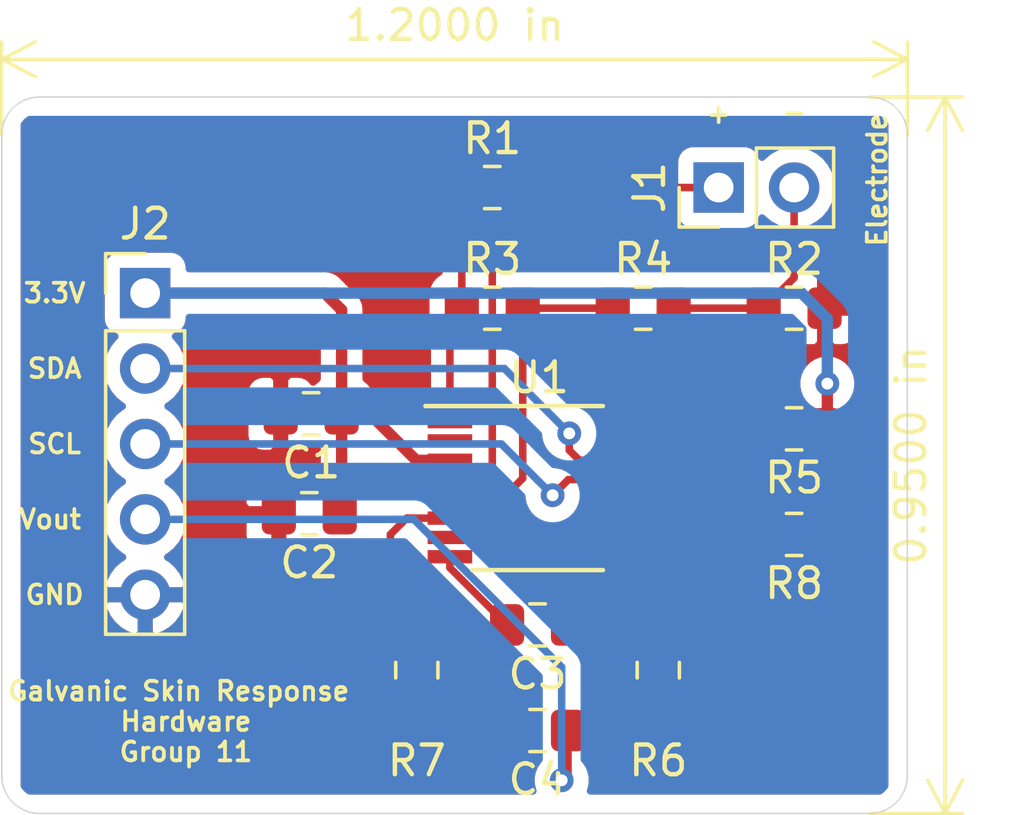
<source format=kicad_pcb>
(kicad_pcb (version 20171130) (host pcbnew "(5.1.4)-1")

  (general
    (thickness 1.6)
    (drawings 19)
    (tracks 91)
    (zones 0)
    (modules 15)
    (nets 15)
  )

  (page A4)
  (layers
    (0 F.Cu signal)
    (31 B.Cu signal)
    (32 B.Adhes user)
    (33 F.Adhes user)
    (34 B.Paste user)
    (35 F.Paste user)
    (36 B.SilkS user)
    (37 F.SilkS user)
    (38 B.Mask user)
    (39 F.Mask user)
    (40 Dwgs.User user)
    (41 Cmts.User user)
    (42 Eco1.User user)
    (43 Eco2.User user)
    (44 Edge.Cuts user)
    (45 Margin user)
    (46 B.CrtYd user)
    (47 F.CrtYd user)
    (48 B.Fab user)
    (49 F.Fab user hide)
  )

  (setup
    (last_trace_width 0.381)
    (user_trace_width 0.254)
    (user_trace_width 0.381)
    (trace_clearance 0.2)
    (zone_clearance 0.508)
    (zone_45_only no)
    (trace_min 0.2)
    (via_size 0.8)
    (via_drill 0.4)
    (via_min_size 0.4)
    (via_min_drill 0.3)
    (uvia_size 0.3)
    (uvia_drill 0.1)
    (uvias_allowed no)
    (uvia_min_size 0.2)
    (uvia_min_drill 0.1)
    (edge_width 0.05)
    (segment_width 0.2)
    (pcb_text_width 0.3)
    (pcb_text_size 1.5 1.5)
    (mod_edge_width 0.12)
    (mod_text_size 1 1)
    (mod_text_width 0.15)
    (pad_size 1.524 1.524)
    (pad_drill 0.762)
    (pad_to_mask_clearance 0.051)
    (solder_mask_min_width 0.25)
    (aux_axis_origin 0 0)
    (visible_elements FFFFF77F)
    (pcbplotparams
      (layerselection 0x010fc_ffffffff)
      (usegerberextensions false)
      (usegerberattributes false)
      (usegerberadvancedattributes false)
      (creategerberjobfile false)
      (excludeedgelayer true)
      (linewidth 0.100000)
      (plotframeref false)
      (viasonmask false)
      (mode 1)
      (useauxorigin false)
      (hpglpennumber 1)
      (hpglpenspeed 20)
      (hpglpendiameter 15.000000)
      (psnegative false)
      (psa4output false)
      (plotreference true)
      (plotvalue true)
      (plotinvisibletext false)
      (padsonsilk false)
      (subtractmaskfromsilk false)
      (outputformat 1)
      (mirror false)
      (drillshape 1)
      (scaleselection 1)
      (outputdirectory ""))
  )

  (net 0 "")
  (net 1 GND)
  (net 2 +3V3)
  (net 3 "Net-(C3-Pad2)")
  (net 4 "Net-(C3-Pad1)")
  (net 5 V_out)
  (net 6 "Net-(C4-Pad2)")
  (net 7 "Net-(J1-Pad1)")
  (net 8 "Net-(J1-Pad2)")
  (net 9 SDA)
  (net 10 SCL)
  (net 11 "Net-(R1-Pad1)")
  (net 12 "Net-(R3-Pad2)")
  (net 13 "Net-(R7-Pad2)")
  (net 14 "Net-(U1-Pad16)")

  (net_class Default "This is the default net class."
    (clearance 0.2)
    (trace_width 0.25)
    (via_dia 0.8)
    (via_drill 0.4)
    (uvia_dia 0.3)
    (uvia_drill 0.1)
    (add_net +3V3)
    (add_net GND)
    (add_net "Net-(C3-Pad1)")
    (add_net "Net-(C3-Pad2)")
    (add_net "Net-(C4-Pad2)")
    (add_net "Net-(J1-Pad1)")
    (add_net "Net-(J1-Pad2)")
    (add_net "Net-(R1-Pad1)")
    (add_net "Net-(R3-Pad2)")
    (add_net "Net-(R7-Pad2)")
    (add_net "Net-(U1-Pad16)")
    (add_net SCL)
    (add_net SDA)
    (add_net V_out)
  )

  (module Capacitor_SMD:C_0805_2012Metric_Pad1.15x1.40mm_HandSolder (layer F.Cu) (tedit 5B36C52B) (tstamp 5DE326A1)
    (at -6.096 5.588 180)
    (descr "Capacitor SMD 0805 (2012 Metric), square (rectangular) end terminal, IPC_7351 nominal with elongated pad for handsoldering. (Body size source: https://docs.google.com/spreadsheets/d/1BsfQQcO9C6DZCsRaXUlFlo91Tg2WpOkGARC1WS5S8t0/edit?usp=sharing), generated with kicad-footprint-generator")
    (tags "capacitor handsolder")
    (path /5DE7659D)
    (attr smd)
    (fp_text reference C1 (at 0 -1.65) (layer F.SilkS)
      (effects (font (size 1 1) (thickness 0.15)))
    )
    (fp_text value 1nF (at 0 1.65) (layer F.Fab)
      (effects (font (size 1 1) (thickness 0.15)))
    )
    (fp_text user %R (at 0 0) (layer F.Fab)
      (effects (font (size 0.5 0.5) (thickness 0.08)))
    )
    (fp_line (start 1.85 0.95) (end -1.85 0.95) (layer F.CrtYd) (width 0.05))
    (fp_line (start 1.85 -0.95) (end 1.85 0.95) (layer F.CrtYd) (width 0.05))
    (fp_line (start -1.85 -0.95) (end 1.85 -0.95) (layer F.CrtYd) (width 0.05))
    (fp_line (start -1.85 0.95) (end -1.85 -0.95) (layer F.CrtYd) (width 0.05))
    (fp_line (start -0.261252 0.71) (end 0.261252 0.71) (layer F.SilkS) (width 0.12))
    (fp_line (start -0.261252 -0.71) (end 0.261252 -0.71) (layer F.SilkS) (width 0.12))
    (fp_line (start 1 0.6) (end -1 0.6) (layer F.Fab) (width 0.1))
    (fp_line (start 1 -0.6) (end 1 0.6) (layer F.Fab) (width 0.1))
    (fp_line (start -1 -0.6) (end 1 -0.6) (layer F.Fab) (width 0.1))
    (fp_line (start -1 0.6) (end -1 -0.6) (layer F.Fab) (width 0.1))
    (pad 2 smd roundrect (at 1.025 0 180) (size 1.15 1.4) (layers F.Cu F.Paste F.Mask) (roundrect_rratio 0.217391)
      (net 1 GND))
    (pad 1 smd roundrect (at -1.025 0 180) (size 1.15 1.4) (layers F.Cu F.Paste F.Mask) (roundrect_rratio 0.217391)
      (net 2 +3V3))
    (model ${KISYS3DMOD}/Capacitor_SMD.3dshapes/C_0805_2012Metric.wrl
      (at (xyz 0 0 0))
      (scale (xyz 1 1 1))
      (rotate (xyz 0 0 0))
    )
  )

  (module Capacitor_SMD:C_0805_2012Metric_Pad1.15x1.40mm_HandSolder (layer F.Cu) (tedit 5B36C52B) (tstamp 5DE32629)
    (at -6.1595 8.9535 180)
    (descr "Capacitor SMD 0805 (2012 Metric), square (rectangular) end terminal, IPC_7351 nominal with elongated pad for handsoldering. (Body size source: https://docs.google.com/spreadsheets/d/1BsfQQcO9C6DZCsRaXUlFlo91Tg2WpOkGARC1WS5S8t0/edit?usp=sharing), generated with kicad-footprint-generator")
    (tags "capacitor handsolder")
    (path /5DE744E2)
    (attr smd)
    (fp_text reference C2 (at 0 -1.65) (layer F.SilkS)
      (effects (font (size 1 1) (thickness 0.15)))
    )
    (fp_text value 10nF (at 0 1.65) (layer F.Fab)
      (effects (font (size 1 1) (thickness 0.15)))
    )
    (fp_line (start -1 0.6) (end -1 -0.6) (layer F.Fab) (width 0.1))
    (fp_line (start -1 -0.6) (end 1 -0.6) (layer F.Fab) (width 0.1))
    (fp_line (start 1 -0.6) (end 1 0.6) (layer F.Fab) (width 0.1))
    (fp_line (start 1 0.6) (end -1 0.6) (layer F.Fab) (width 0.1))
    (fp_line (start -0.261252 -0.71) (end 0.261252 -0.71) (layer F.SilkS) (width 0.12))
    (fp_line (start -0.261252 0.71) (end 0.261252 0.71) (layer F.SilkS) (width 0.12))
    (fp_line (start -1.85 0.95) (end -1.85 -0.95) (layer F.CrtYd) (width 0.05))
    (fp_line (start -1.85 -0.95) (end 1.85 -0.95) (layer F.CrtYd) (width 0.05))
    (fp_line (start 1.85 -0.95) (end 1.85 0.95) (layer F.CrtYd) (width 0.05))
    (fp_line (start 1.85 0.95) (end -1.85 0.95) (layer F.CrtYd) (width 0.05))
    (fp_text user %R (at 0 0) (layer F.Fab)
      (effects (font (size 0.5 0.5) (thickness 0.08)))
    )
    (pad 1 smd roundrect (at -1.025 0 180) (size 1.15 1.4) (layers F.Cu F.Paste F.Mask) (roundrect_rratio 0.217391)
      (net 2 +3V3))
    (pad 2 smd roundrect (at 1.025 0 180) (size 1.15 1.4) (layers F.Cu F.Paste F.Mask) (roundrect_rratio 0.217391)
      (net 1 GND))
    (model ${KISYS3DMOD}/Capacitor_SMD.3dshapes/C_0805_2012Metric.wrl
      (at (xyz 0 0 0))
      (scale (xyz 1 1 1))
      (rotate (xyz 0 0 0))
    )
  )

  (module Capacitor_SMD:C_0805_2012Metric_Pad1.15x1.40mm_HandSolder (layer F.Cu) (tedit 5B36C52B) (tstamp 5DE32710)
    (at 1.524 12.7 180)
    (descr "Capacitor SMD 0805 (2012 Metric), square (rectangular) end terminal, IPC_7351 nominal with elongated pad for handsoldering. (Body size source: https://docs.google.com/spreadsheets/d/1BsfQQcO9C6DZCsRaXUlFlo91Tg2WpOkGARC1WS5S8t0/edit?usp=sharing), generated with kicad-footprint-generator")
    (tags "capacitor handsolder")
    (path /5DE7A4A9)
    (attr smd)
    (fp_text reference C3 (at 0 -1.65) (layer F.SilkS)
      (effects (font (size 1 1) (thickness 0.15)))
    )
    (fp_text value 150pF (at 0 1.65) (layer F.Fab)
      (effects (font (size 1 1) (thickness 0.15)))
    )
    (fp_text user %R (at 0 0) (layer F.Fab)
      (effects (font (size 0.5 0.5) (thickness 0.08)))
    )
    (fp_line (start 1.85 0.95) (end -1.85 0.95) (layer F.CrtYd) (width 0.05))
    (fp_line (start 1.85 -0.95) (end 1.85 0.95) (layer F.CrtYd) (width 0.05))
    (fp_line (start -1.85 -0.95) (end 1.85 -0.95) (layer F.CrtYd) (width 0.05))
    (fp_line (start -1.85 0.95) (end -1.85 -0.95) (layer F.CrtYd) (width 0.05))
    (fp_line (start -0.261252 0.71) (end 0.261252 0.71) (layer F.SilkS) (width 0.12))
    (fp_line (start -0.261252 -0.71) (end 0.261252 -0.71) (layer F.SilkS) (width 0.12))
    (fp_line (start 1 0.6) (end -1 0.6) (layer F.Fab) (width 0.1))
    (fp_line (start 1 -0.6) (end 1 0.6) (layer F.Fab) (width 0.1))
    (fp_line (start -1 -0.6) (end 1 -0.6) (layer F.Fab) (width 0.1))
    (fp_line (start -1 0.6) (end -1 -0.6) (layer F.Fab) (width 0.1))
    (pad 2 smd roundrect (at 1.025 0 180) (size 1.15 1.4) (layers F.Cu F.Paste F.Mask) (roundrect_rratio 0.217391)
      (net 3 "Net-(C3-Pad2)"))
    (pad 1 smd roundrect (at -1.025 0 180) (size 1.15 1.4) (layers F.Cu F.Paste F.Mask) (roundrect_rratio 0.217391)
      (net 4 "Net-(C3-Pad1)"))
    (model ${KISYS3DMOD}/Capacitor_SMD.3dshapes/C_0805_2012Metric.wrl
      (at (xyz 0 0 0))
      (scale (xyz 1 1 1))
      (rotate (xyz 0 0 0))
    )
  )

  (module Capacitor_SMD:C_0805_2012Metric_Pad1.15x1.40mm_HandSolder (layer F.Cu) (tedit 5B36C52B) (tstamp 5DE32770)
    (at 1.524 16.256 180)
    (descr "Capacitor SMD 0805 (2012 Metric), square (rectangular) end terminal, IPC_7351 nominal with elongated pad for handsoldering. (Body size source: https://docs.google.com/spreadsheets/d/1BsfQQcO9C6DZCsRaXUlFlo91Tg2WpOkGARC1WS5S8t0/edit?usp=sharing), generated with kicad-footprint-generator")
    (tags "capacitor handsolder")
    (path /5DE7679C)
    (attr smd)
    (fp_text reference C4 (at 0 -1.65) (layer F.SilkS)
      (effects (font (size 1 1) (thickness 0.15)))
    )
    (fp_text value 10nF (at 0 1.65) (layer F.Fab)
      (effects (font (size 1 1) (thickness 0.15)))
    )
    (fp_line (start -1 0.6) (end -1 -0.6) (layer F.Fab) (width 0.1))
    (fp_line (start -1 -0.6) (end 1 -0.6) (layer F.Fab) (width 0.1))
    (fp_line (start 1 -0.6) (end 1 0.6) (layer F.Fab) (width 0.1))
    (fp_line (start 1 0.6) (end -1 0.6) (layer F.Fab) (width 0.1))
    (fp_line (start -0.261252 -0.71) (end 0.261252 -0.71) (layer F.SilkS) (width 0.12))
    (fp_line (start -0.261252 0.71) (end 0.261252 0.71) (layer F.SilkS) (width 0.12))
    (fp_line (start -1.85 0.95) (end -1.85 -0.95) (layer F.CrtYd) (width 0.05))
    (fp_line (start -1.85 -0.95) (end 1.85 -0.95) (layer F.CrtYd) (width 0.05))
    (fp_line (start 1.85 -0.95) (end 1.85 0.95) (layer F.CrtYd) (width 0.05))
    (fp_line (start 1.85 0.95) (end -1.85 0.95) (layer F.CrtYd) (width 0.05))
    (fp_text user %R (at 0 0) (layer F.Fab)
      (effects (font (size 0.5 0.5) (thickness 0.08)))
    )
    (pad 1 smd roundrect (at -1.025 0 180) (size 1.15 1.4) (layers F.Cu F.Paste F.Mask) (roundrect_rratio 0.217391)
      (net 5 V_out))
    (pad 2 smd roundrect (at 1.025 0 180) (size 1.15 1.4) (layers F.Cu F.Paste F.Mask) (roundrect_rratio 0.217391)
      (net 6 "Net-(C4-Pad2)"))
    (model ${KISYS3DMOD}/Capacitor_SMD.3dshapes/C_0805_2012Metric.wrl
      (at (xyz 0 0 0))
      (scale (xyz 1 1 1))
      (rotate (xyz 0 0 0))
    )
  )

  (module Connector_PinHeader_2.54mm:PinHeader_1x02_P2.54mm_Vertical (layer F.Cu) (tedit 59FED5CC) (tstamp 5DE34005)
    (at 7.62 -2.032 90)
    (descr "Through hole straight pin header, 1x02, 2.54mm pitch, single row")
    (tags "Through hole pin header THT 1x02 2.54mm single row")
    (path /5DE754CE)
    (fp_text reference J1 (at 0 -2.33 90) (layer F.SilkS)
      (effects (font (size 1 1) (thickness 0.15)))
    )
    (fp_text value Electrodes (at 0 4.87 90) (layer F.Fab)
      (effects (font (size 1 1) (thickness 0.15)))
    )
    (fp_line (start -0.635 -1.27) (end 1.27 -1.27) (layer F.Fab) (width 0.1))
    (fp_line (start 1.27 -1.27) (end 1.27 3.81) (layer F.Fab) (width 0.1))
    (fp_line (start 1.27 3.81) (end -1.27 3.81) (layer F.Fab) (width 0.1))
    (fp_line (start -1.27 3.81) (end -1.27 -0.635) (layer F.Fab) (width 0.1))
    (fp_line (start -1.27 -0.635) (end -0.635 -1.27) (layer F.Fab) (width 0.1))
    (fp_line (start -1.33 3.87) (end 1.33 3.87) (layer F.SilkS) (width 0.12))
    (fp_line (start -1.33 1.27) (end -1.33 3.87) (layer F.SilkS) (width 0.12))
    (fp_line (start 1.33 1.27) (end 1.33 3.87) (layer F.SilkS) (width 0.12))
    (fp_line (start -1.33 1.27) (end 1.33 1.27) (layer F.SilkS) (width 0.12))
    (fp_line (start -1.33 0) (end -1.33 -1.33) (layer F.SilkS) (width 0.12))
    (fp_line (start -1.33 -1.33) (end 0 -1.33) (layer F.SilkS) (width 0.12))
    (fp_line (start -1.8 -1.8) (end -1.8 4.35) (layer F.CrtYd) (width 0.05))
    (fp_line (start -1.8 4.35) (end 1.8 4.35) (layer F.CrtYd) (width 0.05))
    (fp_line (start 1.8 4.35) (end 1.8 -1.8) (layer F.CrtYd) (width 0.05))
    (fp_line (start 1.8 -1.8) (end -1.8 -1.8) (layer F.CrtYd) (width 0.05))
    (fp_text user %R (at 0 1.27) (layer F.Fab)
      (effects (font (size 1 1) (thickness 0.15)))
    )
    (pad 1 thru_hole rect (at 0 0 90) (size 1.7 1.7) (drill 1) (layers *.Cu *.Mask)
      (net 7 "Net-(J1-Pad1)"))
    (pad 2 thru_hole oval (at 0 2.54 90) (size 1.7 1.7) (drill 1) (layers *.Cu *.Mask)
      (net 8 "Net-(J1-Pad2)"))
    (model ${KISYS3DMOD}/Connector_PinHeader_2.54mm.3dshapes/PinHeader_1x02_P2.54mm_Vertical.wrl
      (at (xyz 0 0 0))
      (scale (xyz 1 1 1))
      (rotate (xyz 0 0 0))
    )
  )

  (module Connector_PinHeader_2.54mm:PinHeader_1x05_P2.54mm_Vertical (layer F.Cu) (tedit 59FED5CC) (tstamp 5DE32661)
    (at -11.684 1.524)
    (descr "Through hole straight pin header, 1x05, 2.54mm pitch, single row")
    (tags "Through hole pin header THT 1x05 2.54mm single row")
    (path /5DE8B738)
    (fp_text reference J2 (at 0 -2.33) (layer F.SilkS)
      (effects (font (size 1 1) (thickness 0.15)))
    )
    (fp_text value Control (at 0 12.49) (layer F.Fab)
      (effects (font (size 1 1) (thickness 0.15)))
    )
    (fp_line (start -0.635 -1.27) (end 1.27 -1.27) (layer F.Fab) (width 0.1))
    (fp_line (start 1.27 -1.27) (end 1.27 11.43) (layer F.Fab) (width 0.1))
    (fp_line (start 1.27 11.43) (end -1.27 11.43) (layer F.Fab) (width 0.1))
    (fp_line (start -1.27 11.43) (end -1.27 -0.635) (layer F.Fab) (width 0.1))
    (fp_line (start -1.27 -0.635) (end -0.635 -1.27) (layer F.Fab) (width 0.1))
    (fp_line (start -1.33 11.49) (end 1.33 11.49) (layer F.SilkS) (width 0.12))
    (fp_line (start -1.33 1.27) (end -1.33 11.49) (layer F.SilkS) (width 0.12))
    (fp_line (start 1.33 1.27) (end 1.33 11.49) (layer F.SilkS) (width 0.12))
    (fp_line (start -1.33 1.27) (end 1.33 1.27) (layer F.SilkS) (width 0.12))
    (fp_line (start -1.33 0) (end -1.33 -1.33) (layer F.SilkS) (width 0.12))
    (fp_line (start -1.33 -1.33) (end 0 -1.33) (layer F.SilkS) (width 0.12))
    (fp_line (start -1.8 -1.8) (end -1.8 11.95) (layer F.CrtYd) (width 0.05))
    (fp_line (start -1.8 11.95) (end 1.8 11.95) (layer F.CrtYd) (width 0.05))
    (fp_line (start 1.8 11.95) (end 1.8 -1.8) (layer F.CrtYd) (width 0.05))
    (fp_line (start 1.8 -1.8) (end -1.8 -1.8) (layer F.CrtYd) (width 0.05))
    (fp_text user %R (at 0 5.08 90) (layer F.Fab)
      (effects (font (size 1 1) (thickness 0.15)))
    )
    (pad 1 thru_hole rect (at 0 0) (size 1.7 1.7) (drill 1) (layers *.Cu *.Mask)
      (net 2 +3V3))
    (pad 2 thru_hole oval (at 0 2.54) (size 1.7 1.7) (drill 1) (layers *.Cu *.Mask)
      (net 9 SDA))
    (pad 3 thru_hole oval (at 0 5.08) (size 1.7 1.7) (drill 1) (layers *.Cu *.Mask)
      (net 10 SCL))
    (pad 4 thru_hole oval (at 0 7.62) (size 1.7 1.7) (drill 1) (layers *.Cu *.Mask)
      (net 5 V_out))
    (pad 5 thru_hole oval (at 0 10.16) (size 1.7 1.7) (drill 1) (layers *.Cu *.Mask)
      (net 1 GND))
    (model ${KISYS3DMOD}/Connector_PinHeader_2.54mm.3dshapes/PinHeader_1x05_P2.54mm_Vertical.wrl
      (at (xyz 0 0 0))
      (scale (xyz 1 1 1))
      (rotate (xyz 0 0 0))
    )
  )

  (module Resistor_SMD:R_0805_2012Metric_Pad1.15x1.40mm_HandSolder (layer F.Cu) (tedit 5B36C52B) (tstamp 5DE32740)
    (at 0 -2.032)
    (descr "Resistor SMD 0805 (2012 Metric), square (rectangular) end terminal, IPC_7351 nominal with elongated pad for handsoldering. (Body size source: https://docs.google.com/spreadsheets/d/1BsfQQcO9C6DZCsRaXUlFlo91Tg2WpOkGARC1WS5S8t0/edit?usp=sharing), generated with kicad-footprint-generator")
    (tags "resistor handsolder")
    (path /5DE73EE6)
    (attr smd)
    (fp_text reference R1 (at 0 -1.65) (layer F.SilkS)
      (effects (font (size 1 1) (thickness 0.15)))
    )
    (fp_text value 100R (at 0 1.65) (layer F.Fab)
      (effects (font (size 1 1) (thickness 0.15)))
    )
    (fp_line (start -1 0.6) (end -1 -0.6) (layer F.Fab) (width 0.1))
    (fp_line (start -1 -0.6) (end 1 -0.6) (layer F.Fab) (width 0.1))
    (fp_line (start 1 -0.6) (end 1 0.6) (layer F.Fab) (width 0.1))
    (fp_line (start 1 0.6) (end -1 0.6) (layer F.Fab) (width 0.1))
    (fp_line (start -0.261252 -0.71) (end 0.261252 -0.71) (layer F.SilkS) (width 0.12))
    (fp_line (start -0.261252 0.71) (end 0.261252 0.71) (layer F.SilkS) (width 0.12))
    (fp_line (start -1.85 0.95) (end -1.85 -0.95) (layer F.CrtYd) (width 0.05))
    (fp_line (start -1.85 -0.95) (end 1.85 -0.95) (layer F.CrtYd) (width 0.05))
    (fp_line (start 1.85 -0.95) (end 1.85 0.95) (layer F.CrtYd) (width 0.05))
    (fp_line (start 1.85 0.95) (end -1.85 0.95) (layer F.CrtYd) (width 0.05))
    (fp_text user %R (at 0 0) (layer F.Fab)
      (effects (font (size 0.5 0.5) (thickness 0.08)))
    )
    (pad 1 smd roundrect (at -1.025 0) (size 1.15 1.4) (layers F.Cu F.Paste F.Mask) (roundrect_rratio 0.217391)
      (net 11 "Net-(R1-Pad1)"))
    (pad 2 smd roundrect (at 1.025 0) (size 1.15 1.4) (layers F.Cu F.Paste F.Mask) (roundrect_rratio 0.217391)
      (net 7 "Net-(J1-Pad1)"))
    (model ${KISYS3DMOD}/Resistor_SMD.3dshapes/R_0805_2012Metric.wrl
      (at (xyz 0 0 0))
      (scale (xyz 1 1 1))
      (rotate (xyz 0 0 0))
    )
  )

  (module Resistor_SMD:R_0805_2012Metric_Pad1.15x1.40mm_HandSolder (layer F.Cu) (tedit 5B36C52B) (tstamp 5DE325F9)
    (at 10.16 2.032)
    (descr "Resistor SMD 0805 (2012 Metric), square (rectangular) end terminal, IPC_7351 nominal with elongated pad for handsoldering. (Body size source: https://docs.google.com/spreadsheets/d/1BsfQQcO9C6DZCsRaXUlFlo91Tg2WpOkGARC1WS5S8t0/edit?usp=sharing), generated with kicad-footprint-generator")
    (tags "resistor handsolder")
    (path /5DE75F82)
    (attr smd)
    (fp_text reference R2 (at 0 -1.65) (layer F.SilkS)
      (effects (font (size 1 1) (thickness 0.15)))
    )
    (fp_text value 50R (at 0 1.65) (layer F.Fab)
      (effects (font (size 1 1) (thickness 0.15)))
    )
    (fp_text user %R (at 0 0) (layer F.Fab)
      (effects (font (size 0.5 0.5) (thickness 0.08)))
    )
    (fp_line (start 1.85 0.95) (end -1.85 0.95) (layer F.CrtYd) (width 0.05))
    (fp_line (start 1.85 -0.95) (end 1.85 0.95) (layer F.CrtYd) (width 0.05))
    (fp_line (start -1.85 -0.95) (end 1.85 -0.95) (layer F.CrtYd) (width 0.05))
    (fp_line (start -1.85 0.95) (end -1.85 -0.95) (layer F.CrtYd) (width 0.05))
    (fp_line (start -0.261252 0.71) (end 0.261252 0.71) (layer F.SilkS) (width 0.12))
    (fp_line (start -0.261252 -0.71) (end 0.261252 -0.71) (layer F.SilkS) (width 0.12))
    (fp_line (start 1 0.6) (end -1 0.6) (layer F.Fab) (width 0.1))
    (fp_line (start 1 -0.6) (end 1 0.6) (layer F.Fab) (width 0.1))
    (fp_line (start -1 -0.6) (end 1 -0.6) (layer F.Fab) (width 0.1))
    (fp_line (start -1 0.6) (end -1 -0.6) (layer F.Fab) (width 0.1))
    (pad 2 smd roundrect (at 1.025 0) (size 1.15 1.4) (layers F.Cu F.Paste F.Mask) (roundrect_rratio 0.217391)
      (net 1 GND))
    (pad 1 smd roundrect (at -1.025 0) (size 1.15 1.4) (layers F.Cu F.Paste F.Mask) (roundrect_rratio 0.217391)
      (net 8 "Net-(J1-Pad2)"))
    (model ${KISYS3DMOD}/Resistor_SMD.3dshapes/R_0805_2012Metric.wrl
      (at (xyz 0 0 0))
      (scale (xyz 1 1 1))
      (rotate (xyz 0 0 0))
    )
  )

  (module Resistor_SMD:R_0805_2012Metric_Pad1.15x1.40mm_HandSolder (layer F.Cu) (tedit 5B36C52B) (tstamp 5DE325C9)
    (at 0 2.032)
    (descr "Resistor SMD 0805 (2012 Metric), square (rectangular) end terminal, IPC_7351 nominal with elongated pad for handsoldering. (Body size source: https://docs.google.com/spreadsheets/d/1BsfQQcO9C6DZCsRaXUlFlo91Tg2WpOkGARC1WS5S8t0/edit?usp=sharing), generated with kicad-footprint-generator")
    (tags "resistor handsolder")
    (path /5DE748EB)
    (attr smd)
    (fp_text reference R3 (at 0 -1.65) (layer F.SilkS)
      (effects (font (size 1 1) (thickness 0.15)))
    )
    (fp_text value 100k (at 0 1.65) (layer F.Fab)
      (effects (font (size 1 1) (thickness 0.15)))
    )
    (fp_text user %R (at 0 0) (layer F.Fab)
      (effects (font (size 0.5 0.5) (thickness 0.08)))
    )
    (fp_line (start 1.85 0.95) (end -1.85 0.95) (layer F.CrtYd) (width 0.05))
    (fp_line (start 1.85 -0.95) (end 1.85 0.95) (layer F.CrtYd) (width 0.05))
    (fp_line (start -1.85 -0.95) (end 1.85 -0.95) (layer F.CrtYd) (width 0.05))
    (fp_line (start -1.85 0.95) (end -1.85 -0.95) (layer F.CrtYd) (width 0.05))
    (fp_line (start -0.261252 0.71) (end 0.261252 0.71) (layer F.SilkS) (width 0.12))
    (fp_line (start -0.261252 -0.71) (end 0.261252 -0.71) (layer F.SilkS) (width 0.12))
    (fp_line (start 1 0.6) (end -1 0.6) (layer F.Fab) (width 0.1))
    (fp_line (start 1 -0.6) (end 1 0.6) (layer F.Fab) (width 0.1))
    (fp_line (start -1 -0.6) (end 1 -0.6) (layer F.Fab) (width 0.1))
    (fp_line (start -1 0.6) (end -1 -0.6) (layer F.Fab) (width 0.1))
    (pad 2 smd roundrect (at 1.025 0) (size 1.15 1.4) (layers F.Cu F.Paste F.Mask) (roundrect_rratio 0.217391)
      (net 12 "Net-(R3-Pad2)"))
    (pad 1 smd roundrect (at -1.025 0) (size 1.15 1.4) (layers F.Cu F.Paste F.Mask) (roundrect_rratio 0.217391)
      (net 11 "Net-(R1-Pad1)"))
    (model ${KISYS3DMOD}/Resistor_SMD.3dshapes/R_0805_2012Metric.wrl
      (at (xyz 0 0 0))
      (scale (xyz 1 1 1))
      (rotate (xyz 0 0 0))
    )
  )

  (module Resistor_SMD:R_0805_2012Metric_Pad1.15x1.40mm_HandSolder (layer F.Cu) (tedit 5B36C52B) (tstamp 5DE327A0)
    (at 5.08 2.032)
    (descr "Resistor SMD 0805 (2012 Metric), square (rectangular) end terminal, IPC_7351 nominal with elongated pad for handsoldering. (Body size source: https://docs.google.com/spreadsheets/d/1BsfQQcO9C6DZCsRaXUlFlo91Tg2WpOkGARC1WS5S8t0/edit?usp=sharing), generated with kicad-footprint-generator")
    (tags "resistor handsolder")
    (path /5DE74FD6)
    (attr smd)
    (fp_text reference R4 (at 0 -1.65) (layer F.SilkS)
      (effects (font (size 1 1) (thickness 0.15)))
    )
    (fp_text value 15k (at 0 1.65) (layer F.Fab)
      (effects (font (size 1 1) (thickness 0.15)))
    )
    (fp_line (start -1 0.6) (end -1 -0.6) (layer F.Fab) (width 0.1))
    (fp_line (start -1 -0.6) (end 1 -0.6) (layer F.Fab) (width 0.1))
    (fp_line (start 1 -0.6) (end 1 0.6) (layer F.Fab) (width 0.1))
    (fp_line (start 1 0.6) (end -1 0.6) (layer F.Fab) (width 0.1))
    (fp_line (start -0.261252 -0.71) (end 0.261252 -0.71) (layer F.SilkS) (width 0.12))
    (fp_line (start -0.261252 0.71) (end 0.261252 0.71) (layer F.SilkS) (width 0.12))
    (fp_line (start -1.85 0.95) (end -1.85 -0.95) (layer F.CrtYd) (width 0.05))
    (fp_line (start -1.85 -0.95) (end 1.85 -0.95) (layer F.CrtYd) (width 0.05))
    (fp_line (start 1.85 -0.95) (end 1.85 0.95) (layer F.CrtYd) (width 0.05))
    (fp_line (start 1.85 0.95) (end -1.85 0.95) (layer F.CrtYd) (width 0.05))
    (fp_text user %R (at 0 0) (layer F.Fab)
      (effects (font (size 0.5 0.5) (thickness 0.08)))
    )
    (pad 1 smd roundrect (at -1.025 0) (size 1.15 1.4) (layers F.Cu F.Paste F.Mask) (roundrect_rratio 0.217391)
      (net 12 "Net-(R3-Pad2)"))
    (pad 2 smd roundrect (at 1.025 0) (size 1.15 1.4) (layers F.Cu F.Paste F.Mask) (roundrect_rratio 0.217391)
      (net 8 "Net-(J1-Pad2)"))
    (model ${KISYS3DMOD}/Resistor_SMD.3dshapes/R_0805_2012Metric.wrl
      (at (xyz 0 0 0))
      (scale (xyz 1 1 1))
      (rotate (xyz 0 0 0))
    )
  )

  (module Resistor_SMD:R_0805_2012Metric_Pad1.15x1.40mm_HandSolder (layer F.Cu) (tedit 5B36C52B) (tstamp 5DE348F6)
    (at 10.16 6.096 180)
    (descr "Resistor SMD 0805 (2012 Metric), square (rectangular) end terminal, IPC_7351 nominal with elongated pad for handsoldering. (Body size source: https://docs.google.com/spreadsheets/d/1BsfQQcO9C6DZCsRaXUlFlo91Tg2WpOkGARC1WS5S8t0/edit?usp=sharing), generated with kicad-footprint-generator")
    (tags "resistor handsolder")
    (path /5DE76B54)
    (attr smd)
    (fp_text reference R5 (at 0 -1.65) (layer F.SilkS)
      (effects (font (size 1 1) (thickness 0.15)))
    )
    (fp_text value 15k (at 0 1.65) (layer F.Fab)
      (effects (font (size 1 1) (thickness 0.15)))
    )
    (fp_line (start -1 0.6) (end -1 -0.6) (layer F.Fab) (width 0.1))
    (fp_line (start -1 -0.6) (end 1 -0.6) (layer F.Fab) (width 0.1))
    (fp_line (start 1 -0.6) (end 1 0.6) (layer F.Fab) (width 0.1))
    (fp_line (start 1 0.6) (end -1 0.6) (layer F.Fab) (width 0.1))
    (fp_line (start -0.261252 -0.71) (end 0.261252 -0.71) (layer F.SilkS) (width 0.12))
    (fp_line (start -0.261252 0.71) (end 0.261252 0.71) (layer F.SilkS) (width 0.12))
    (fp_line (start -1.85 0.95) (end -1.85 -0.95) (layer F.CrtYd) (width 0.05))
    (fp_line (start -1.85 -0.95) (end 1.85 -0.95) (layer F.CrtYd) (width 0.05))
    (fp_line (start 1.85 -0.95) (end 1.85 0.95) (layer F.CrtYd) (width 0.05))
    (fp_line (start 1.85 0.95) (end -1.85 0.95) (layer F.CrtYd) (width 0.05))
    (fp_text user %R (at 0 0) (layer F.Fab)
      (effects (font (size 0.5 0.5) (thickness 0.08)))
    )
    (pad 1 smd roundrect (at -1.025 0 180) (size 1.15 1.4) (layers F.Cu F.Paste F.Mask) (roundrect_rratio 0.217391)
      (net 2 +3V3))
    (pad 2 smd roundrect (at 1.025 0 180) (size 1.15 1.4) (layers F.Cu F.Paste F.Mask) (roundrect_rratio 0.217391)
      (net 9 SDA))
    (model ${KISYS3DMOD}/Resistor_SMD.3dshapes/R_0805_2012Metric.wrl
      (at (xyz 0 0 0))
      (scale (xyz 1 1 1))
      (rotate (xyz 0 0 0))
    )
  )

  (module Resistor_SMD:R_0805_2012Metric_Pad1.15x1.40mm_HandSolder (layer F.Cu) (tedit 5B36C52B) (tstamp 5DE32599)
    (at 5.588 14.224 90)
    (descr "Resistor SMD 0805 (2012 Metric), square (rectangular) end terminal, IPC_7351 nominal with elongated pad for handsoldering. (Body size source: https://docs.google.com/spreadsheets/d/1BsfQQcO9C6DZCsRaXUlFlo91Tg2WpOkGARC1WS5S8t0/edit?usp=sharing), generated with kicad-footprint-generator")
    (tags "resistor handsolder")
    (path /5DE79B4D)
    (attr smd)
    (fp_text reference R6 (at -3.048 0) (layer F.SilkS)
      (effects (font (size 1 1) (thickness 0.15)))
    )
    (fp_text value 100R (at 0 1.65 90) (layer F.Fab)
      (effects (font (size 1 1) (thickness 0.15)))
    )
    (fp_line (start -1 0.6) (end -1 -0.6) (layer F.Fab) (width 0.1))
    (fp_line (start -1 -0.6) (end 1 -0.6) (layer F.Fab) (width 0.1))
    (fp_line (start 1 -0.6) (end 1 0.6) (layer F.Fab) (width 0.1))
    (fp_line (start 1 0.6) (end -1 0.6) (layer F.Fab) (width 0.1))
    (fp_line (start -0.261252 -0.71) (end 0.261252 -0.71) (layer F.SilkS) (width 0.12))
    (fp_line (start -0.261252 0.71) (end 0.261252 0.71) (layer F.SilkS) (width 0.12))
    (fp_line (start -1.85 0.95) (end -1.85 -0.95) (layer F.CrtYd) (width 0.05))
    (fp_line (start -1.85 -0.95) (end 1.85 -0.95) (layer F.CrtYd) (width 0.05))
    (fp_line (start 1.85 -0.95) (end 1.85 0.95) (layer F.CrtYd) (width 0.05))
    (fp_line (start 1.85 0.95) (end -1.85 0.95) (layer F.CrtYd) (width 0.05))
    (fp_text user %R (at 0 0 90) (layer F.Fab)
      (effects (font (size 0.5 0.5) (thickness 0.08)))
    )
    (pad 1 smd roundrect (at -1.025 0 90) (size 1.15 1.4) (layers F.Cu F.Paste F.Mask) (roundrect_rratio 0.217391)
      (net 5 V_out))
    (pad 2 smd roundrect (at 1.025 0 90) (size 1.15 1.4) (layers F.Cu F.Paste F.Mask) (roundrect_rratio 0.217391)
      (net 4 "Net-(C3-Pad1)"))
    (model ${KISYS3DMOD}/Resistor_SMD.3dshapes/R_0805_2012Metric.wrl
      (at (xyz 0 0 0))
      (scale (xyz 1 1 1))
      (rotate (xyz 0 0 0))
    )
  )

  (module Resistor_SMD:R_0805_2012Metric_Pad1.15x1.40mm_HandSolder (layer F.Cu) (tedit 5B36C52B) (tstamp 5DE32539)
    (at -2.54 14.224 90)
    (descr "Resistor SMD 0805 (2012 Metric), square (rectangular) end terminal, IPC_7351 nominal with elongated pad for handsoldering. (Body size source: https://docs.google.com/spreadsheets/d/1BsfQQcO9C6DZCsRaXUlFlo91Tg2WpOkGARC1WS5S8t0/edit?usp=sharing), generated with kicad-footprint-generator")
    (tags "resistor handsolder")
    (path /5DE79F3A)
    (attr smd)
    (fp_text reference R7 (at -3.048 0 180) (layer F.SilkS)
      (effects (font (size 1 1) (thickness 0.15)))
    )
    (fp_text value 100R (at 0 1.65 90) (layer F.Fab)
      (effects (font (size 1 1) (thickness 0.15)))
    )
    (fp_text user %R (at 0 0 90) (layer F.Fab)
      (effects (font (size 0.5 0.5) (thickness 0.08)))
    )
    (fp_line (start 1.85 0.95) (end -1.85 0.95) (layer F.CrtYd) (width 0.05))
    (fp_line (start 1.85 -0.95) (end 1.85 0.95) (layer F.CrtYd) (width 0.05))
    (fp_line (start -1.85 -0.95) (end 1.85 -0.95) (layer F.CrtYd) (width 0.05))
    (fp_line (start -1.85 0.95) (end -1.85 -0.95) (layer F.CrtYd) (width 0.05))
    (fp_line (start -0.261252 0.71) (end 0.261252 0.71) (layer F.SilkS) (width 0.12))
    (fp_line (start -0.261252 -0.71) (end 0.261252 -0.71) (layer F.SilkS) (width 0.12))
    (fp_line (start 1 0.6) (end -1 0.6) (layer F.Fab) (width 0.1))
    (fp_line (start 1 -0.6) (end 1 0.6) (layer F.Fab) (width 0.1))
    (fp_line (start -1 -0.6) (end 1 -0.6) (layer F.Fab) (width 0.1))
    (fp_line (start -1 0.6) (end -1 -0.6) (layer F.Fab) (width 0.1))
    (pad 2 smd roundrect (at 1.025 0 90) (size 1.15 1.4) (layers F.Cu F.Paste F.Mask) (roundrect_rratio 0.217391)
      (net 13 "Net-(R7-Pad2)"))
    (pad 1 smd roundrect (at -1.025 0 90) (size 1.15 1.4) (layers F.Cu F.Paste F.Mask) (roundrect_rratio 0.217391)
      (net 6 "Net-(C4-Pad2)"))
    (model ${KISYS3DMOD}/Resistor_SMD.3dshapes/R_0805_2012Metric.wrl
      (at (xyz 0 0 0))
      (scale (xyz 1 1 1))
      (rotate (xyz 0 0 0))
    )
  )

  (module Resistor_SMD:R_0805_2012Metric_Pad1.15x1.40mm_HandSolder (layer F.Cu) (tedit 5B36C52B) (tstamp 5DE32509)
    (at 10.16 9.652 180)
    (descr "Resistor SMD 0805 (2012 Metric), square (rectangular) end terminal, IPC_7351 nominal with elongated pad for handsoldering. (Body size source: https://docs.google.com/spreadsheets/d/1BsfQQcO9C6DZCsRaXUlFlo91Tg2WpOkGARC1WS5S8t0/edit?usp=sharing), generated with kicad-footprint-generator")
    (tags "resistor handsolder")
    (path /5DE76D2B)
    (attr smd)
    (fp_text reference R8 (at 0 -1.65) (layer F.SilkS)
      (effects (font (size 1 1) (thickness 0.15)))
    )
    (fp_text value 15k (at 0 1.65) (layer F.Fab)
      (effects (font (size 1 1) (thickness 0.15)))
    )
    (fp_text user %R (at 0 0) (layer F.Fab)
      (effects (font (size 0.5 0.5) (thickness 0.08)))
    )
    (fp_line (start 1.85 0.95) (end -1.85 0.95) (layer F.CrtYd) (width 0.05))
    (fp_line (start 1.85 -0.95) (end 1.85 0.95) (layer F.CrtYd) (width 0.05))
    (fp_line (start -1.85 -0.95) (end 1.85 -0.95) (layer F.CrtYd) (width 0.05))
    (fp_line (start -1.85 0.95) (end -1.85 -0.95) (layer F.CrtYd) (width 0.05))
    (fp_line (start -0.261252 0.71) (end 0.261252 0.71) (layer F.SilkS) (width 0.12))
    (fp_line (start -0.261252 -0.71) (end 0.261252 -0.71) (layer F.SilkS) (width 0.12))
    (fp_line (start 1 0.6) (end -1 0.6) (layer F.Fab) (width 0.1))
    (fp_line (start 1 -0.6) (end 1 0.6) (layer F.Fab) (width 0.1))
    (fp_line (start -1 -0.6) (end 1 -0.6) (layer F.Fab) (width 0.1))
    (fp_line (start -1 0.6) (end -1 -0.6) (layer F.Fab) (width 0.1))
    (pad 2 smd roundrect (at 1.025 0 180) (size 1.15 1.4) (layers F.Cu F.Paste F.Mask) (roundrect_rratio 0.217391)
      (net 10 SCL))
    (pad 1 smd roundrect (at -1.025 0 180) (size 1.15 1.4) (layers F.Cu F.Paste F.Mask) (roundrect_rratio 0.217391)
      (net 2 +3V3))
    (model ${KISYS3DMOD}/Resistor_SMD.3dshapes/R_0805_2012Metric.wrl
      (at (xyz 0 0 0))
      (scale (xyz 1 1 1))
      (rotate (xyz 0 0 0))
    )
  )

  (module Package_SO:TSSOP-16_4.4x5mm_P0.65mm (layer F.Cu) (tedit 5A02F25C) (tstamp 5DE3326C)
    (at 1.524 8.128)
    (descr "16-Lead Plastic Thin Shrink Small Outline (ST)-4.4 mm Body [TSSOP] (see Microchip Packaging Specification 00000049BS.pdf)")
    (tags "SSOP 0.65")
    (path /5DE72DFD)
    (attr smd)
    (fp_text reference U1 (at 0.0508 -3.7592) (layer F.SilkS)
      (effects (font (size 1 1) (thickness 0.15)))
    )
    (fp_text value PGA309 (at 0 3.55) (layer F.Fab)
      (effects (font (size 1 1) (thickness 0.15)))
    )
    (fp_line (start -1.2 -2.5) (end 2.2 -2.5) (layer F.Fab) (width 0.15))
    (fp_line (start 2.2 -2.5) (end 2.2 2.5) (layer F.Fab) (width 0.15))
    (fp_line (start 2.2 2.5) (end -2.2 2.5) (layer F.Fab) (width 0.15))
    (fp_line (start -2.2 2.5) (end -2.2 -1.5) (layer F.Fab) (width 0.15))
    (fp_line (start -2.2 -1.5) (end -1.2 -2.5) (layer F.Fab) (width 0.15))
    (fp_line (start -3.95 -2.9) (end -3.95 2.8) (layer F.CrtYd) (width 0.05))
    (fp_line (start 3.95 -2.9) (end 3.95 2.8) (layer F.CrtYd) (width 0.05))
    (fp_line (start -3.95 -2.9) (end 3.95 -2.9) (layer F.CrtYd) (width 0.05))
    (fp_line (start -3.95 2.8) (end 3.95 2.8) (layer F.CrtYd) (width 0.05))
    (fp_line (start -2.2 2.725) (end 2.2 2.725) (layer F.SilkS) (width 0.15))
    (fp_line (start -3.775 -2.8) (end 2.2 -2.8) (layer F.SilkS) (width 0.15))
    (fp_text user %R (at 0 0) (layer F.Fab)
      (effects (font (size 0.8 0.8) (thickness 0.15)))
    )
    (pad 1 smd rect (at -2.95 -2.275) (size 1.5 0.45) (layers F.Cu F.Paste F.Mask)
      (net 11 "Net-(R1-Pad1)"))
    (pad 2 smd rect (at -2.95 -1.625) (size 1.5 0.45) (layers F.Cu F.Paste F.Mask)
      (net 1 GND))
    (pad 3 smd rect (at -2.95 -0.975) (size 1.5 0.45) (layers F.Cu F.Paste F.Mask)
      (net 2 +3V3))
    (pad 4 smd rect (at -2.95 -0.325) (size 1.5 0.45) (layers F.Cu F.Paste F.Mask)
      (net 7 "Net-(J1-Pad1)"))
    (pad 5 smd rect (at -2.95 0.325) (size 1.5 0.45) (layers F.Cu F.Paste F.Mask)
      (net 12 "Net-(R3-Pad2)"))
    (pad 6 smd rect (at -2.95 0.975) (size 1.5 0.45) (layers F.Cu F.Paste F.Mask)
      (net 13 "Net-(R7-Pad2)"))
    (pad 7 smd rect (at -2.95 1.625) (size 1.5 0.45) (layers F.Cu F.Paste F.Mask)
      (net 4 "Net-(C3-Pad1)"))
    (pad 8 smd rect (at -2.95 2.275) (size 1.5 0.45) (layers F.Cu F.Paste F.Mask)
      (net 3 "Net-(C3-Pad2)"))
    (pad 9 smd rect (at 2.95 2.275) (size 1.5 0.45) (layers F.Cu F.Paste F.Mask)
      (net 1 GND))
    (pad 10 smd rect (at 2.95 1.625) (size 1.5 0.45) (layers F.Cu F.Paste F.Mask)
      (net 2 +3V3))
    (pad 11 smd rect (at 2.95 0.975) (size 1.5 0.45) (layers F.Cu F.Paste F.Mask)
      (net 1 GND))
    (pad 12 smd rect (at 2.95 0.325) (size 1.5 0.45) (layers F.Cu F.Paste F.Mask)
      (net 4 "Net-(C3-Pad1)"))
    (pad 13 smd rect (at 2.95 -0.325) (size 1.5 0.45) (layers F.Cu F.Paste F.Mask)
      (net 10 SCL))
    (pad 14 smd rect (at 2.95 -0.975) (size 1.5 0.45) (layers F.Cu F.Paste F.Mask)
      (net 9 SDA))
    (pad 15 smd rect (at 2.95 -1.625) (size 1.5 0.45) (layers F.Cu F.Paste F.Mask)
      (net 8 "Net-(J1-Pad2)"))
    (pad 16 smd rect (at 2.95 -2.275) (size 1.5 0.45) (layers F.Cu F.Paste F.Mask)
      (net 14 "Net-(U1-Pad16)"))
    (model ${KISYS3DMOD}/Package_SO.3dshapes/TSSOP-16_4.4x5mm_P0.65mm.wrl
      (at (xyz 0 0 0))
      (scale (xyz 1 1 1))
      (rotate (xyz 0 0 0))
    )
  )

  (dimension 30.48 (width 0.12) (layer F.SilkS)
    (gr_text "1.2000 in" (at -1.27 -7.62) (layer F.SilkS)
      (effects (font (size 1 1) (thickness 0.15)))
    )
    (feature1 (pts (xy 13.97 -3.81) (xy 13.97 -6.936421)))
    (feature2 (pts (xy -16.51 -3.81) (xy -16.51 -6.936421)))
    (crossbar (pts (xy -16.51 -6.35) (xy 13.97 -6.35)))
    (arrow1a (pts (xy 13.97 -6.35) (xy 12.843496 -5.763579)))
    (arrow1b (pts (xy 13.97 -6.35) (xy 12.843496 -6.936421)))
    (arrow2a (pts (xy -16.51 -6.35) (xy -15.383496 -5.763579)))
    (arrow2b (pts (xy -16.51 -6.35) (xy -15.383496 -6.936421)))
  )
  (dimension 24.13 (width 0.12) (layer F.SilkS)
    (gr_text "0.9500 in" (at 16.51 6.985 270) (layer F.SilkS)
      (effects (font (size 1 1) (thickness 0.15)))
    )
    (feature1 (pts (xy 12.7 19.05) (xy 15.826421 19.05)))
    (feature2 (pts (xy 12.7 -5.08) (xy 15.826421 -5.08)))
    (crossbar (pts (xy 15.24 -5.08) (xy 15.24 19.05)))
    (arrow1a (pts (xy 15.24 19.05) (xy 14.653579 17.923496)))
    (arrow1b (pts (xy 15.24 19.05) (xy 15.826421 17.923496)))
    (arrow2a (pts (xy 15.24 -5.08) (xy 14.653579 -3.953496)))
    (arrow2b (pts (xy 15.24 -5.08) (xy 15.826421 -3.953496)))
  )
  (gr_arc (start 12.7 17.78) (end 12.7 19.05) (angle -90) (layer Edge.Cuts) (width 0.05))
  (gr_arc (start -15.24 17.78) (end -16.51 17.78) (angle -90) (layer Edge.Cuts) (width 0.05))
  (gr_arc (start -15.24 -3.81) (end -15.24 -5.08) (angle -90) (layer Edge.Cuts) (width 0.05))
  (gr_arc (start 12.7 -3.81) (end 13.97 -3.81) (angle -90) (layer Edge.Cuts) (width 0.05))
  (gr_line (start -15.24 -5.08) (end 12.7 -5.08) (layer Edge.Cuts) (width 0.05) (tstamp 5DE34EA2))
  (gr_line (start -16.51 17.78) (end -16.51 -3.81) (layer Edge.Cuts) (width 0.05))
  (gr_line (start 12.7 19.05) (end -15.24 19.05) (layer Edge.Cuts) (width 0.05))
  (gr_line (start 13.97 -3.81) (end 13.97 17.78) (layer Edge.Cuts) (width 0.05))
  (gr_text "Galvanic Skin Response \nHardware\nGroup 11" (at -10.3124 15.9512) (layer F.SilkS) (tstamp 5DE34E26)
    (effects (font (size 0.635 0.635) (thickness 0.127)))
  )
  (gr_text Electrode (at 12.954 -2.286 90) (layer F.SilkS) (tstamp 5DE34E26)
    (effects (font (size 0.635 0.635) (thickness 0.127)))
  )
  (gr_text - (at 10.16 -4.572) (layer F.SilkS) (tstamp 5DE34E26)
    (effects (font (size 0.635 0.635) (thickness 0.127)))
  )
  (gr_text + (at 7.62 -4.5212) (layer F.SilkS) (tstamp 5DE34E26)
    (effects (font (size 0.635 0.635) (thickness 0.127)))
  )
  (gr_text GND (at -14.732 11.684) (layer F.SilkS) (tstamp 5DE34E26)
    (effects (font (size 0.635 0.635) (thickness 0.127)))
  )
  (gr_text Vout (at -14.8844 9.144) (layer F.SilkS) (tstamp 5DE34E26)
    (effects (font (size 0.635 0.635) (thickness 0.127)))
  )
  (gr_text SCL (at -14.732 6.604) (layer F.SilkS) (tstamp 5DE34E26)
    (effects (font (size 0.635 0.635) (thickness 0.127)))
  )
  (gr_text SDA (at -14.732 4.064) (layer F.SilkS) (tstamp 5DE34E26)
    (effects (font (size 0.635 0.635) (thickness 0.127)))
  )
  (gr_text 3.3V (at -14.732 1.524) (layer F.SilkS)
    (effects (font (size 0.635 0.635) (thickness 0.127)))
  )

  (segment (start -1.426 7.153) (end -2.5625 7.153) (width 0.381) (layer F.Cu) (net 2))
  (segment (start -4.1275 5.588) (end -5.071 5.588) (width 0.381) (layer F.Cu) (net 2))
  (segment (start -2.5625 7.153) (end -4.1275 5.588) (width 0.381) (layer F.Cu) (net 2))
  (segment (start -5.071 8.89) (end -5.1345 8.9535) (width 0.381) (layer F.Cu) (net 2))
  (segment (start -5.071 5.588) (end -5.071 8.89) (width 0.381) (layer F.Cu) (net 2))
  (via (at 11.2776 4.572) (size 0.8) (drill 0.4) (layers F.Cu B.Cu) (net 2))
  (segment (start 11.2776 6.0034) (end 11.185 6.096) (width 0.381) (layer F.Cu) (net 2))
  (segment (start 11.2776 4.572) (end 11.2776 6.0034) (width 0.381) (layer F.Cu) (net 2))
  (segment (start 11.185 6.096) (end 11.185 9.652) (width 0.381) (layer F.Cu) (net 2))
  (segment (start 5.181 9.753) (end 4.474 9.753) (width 0.381) (layer F.Cu) (net 2))
  (segment (start 11.185 9.652) (end 11.185 10.452) (width 0.381) (layer F.Cu) (net 2))
  (segment (start 11.185 10.452) (end 10.1054 11.5316) (width 0.381) (layer F.Cu) (net 2))
  (segment (start 10.1054 11.5316) (end 7.874 11.5316) (width 0.381) (layer F.Cu) (net 2))
  (segment (start 7.874 11.5316) (end 6.129899 9.787499) (width 0.381) (layer F.Cu) (net 2))
  (segment (start 6.129899 9.787499) (end 5.215499 9.787499) (width 0.381) (layer F.Cu) (net 2))
  (segment (start 5.215499 9.787499) (end 5.181 9.753) (width 0.381) (layer F.Cu) (net 2))
  (segment (start 11.2776 4.572) (end 11.2776 2.3876) (width 0.381) (layer B.Cu) (net 2))
  (segment (start 10.414 1.524) (end -11.684 1.524) (width 0.381) (layer B.Cu) (net 2))
  (segment (start 11.2776 2.3876) (end 10.414 1.524) (width 0.381) (layer B.Cu) (net 2))
  (segment (start -11.684 1.524) (end -5.6388 1.524) (width 0.381) (layer F.Cu) (net 2))
  (segment (start -5.071 2.0918) (end -5.071 5.588) (width 0.381) (layer F.Cu) (net 2))
  (segment (start -5.6388 1.524) (end -5.071 2.0918) (width 0.381) (layer F.Cu) (net 2))
  (segment (start -1.426 10.775) (end -1.426 10.403) (width 0.254) (layer F.Cu) (net 3))
  (segment (start 0.499 12.7) (end -1.426 10.775) (width 0.254) (layer F.Cu) (net 3))
  (segment (start 3.048 13.199) (end 2.549 12.7) (width 0.254) (layer F.Cu) (net 4))
  (segment (start 5.588 13.199) (end 3.048 13.199) (width 0.254) (layer F.Cu) (net 4))
  (segment (start -0.422 9.753) (end -1.426 9.753) (width 0.254) (layer F.Cu) (net 4))
  (segment (start 2.17 9.753) (end -0.422 9.753) (width 0.254) (layer F.Cu) (net 4))
  (segment (start 3.47 8.453) (end 2.17 9.753) (width 0.254) (layer F.Cu) (net 4))
  (segment (start 4.474 8.453) (end 3.47 8.453) (width 0.254) (layer F.Cu) (net 4))
  (segment (start -1.426 9.753) (end 1.1805 9.753) (width 0.254) (layer F.Cu) (net 4))
  (segment (start 2.549 11.1215) (end 2.549 12.7) (width 0.254) (layer F.Cu) (net 4))
  (segment (start 1.1805 9.753) (end 2.549 11.1215) (width 0.254) (layer F.Cu) (net 4))
  (segment (start 3.224 16.256) (end 2.549 16.256) (width 0.254) (layer F.Cu) (net 5))
  (segment (start 5.256 16.256) (end 3.224 16.256) (width 0.254) (layer F.Cu) (net 5))
  (segment (start 5.588 15.924) (end 5.256 16.256) (width 0.254) (layer F.Cu) (net 5))
  (segment (start 5.588 15.249) (end 5.588 15.924) (width 0.254) (layer F.Cu) (net 5))
  (via (at 2.3368 17.9324) (size 0.8) (drill 0.4) (layers F.Cu B.Cu) (net 5))
  (segment (start 2.549 17.7202) (end 2.3368 17.9324) (width 0.254) (layer F.Cu) (net 5))
  (segment (start 2.549 16.256) (end 2.549 17.7202) (width 0.254) (layer F.Cu) (net 5))
  (segment (start -11.684 9.144) (end -2.6416 9.144) (width 0.254) (layer B.Cu) (net 5))
  (segment (start 2.3368 14.1224) (end 2.3368 17.9324) (width 0.254) (layer B.Cu) (net 5))
  (segment (start -2.6416 9.144) (end 2.3368 14.1224) (width 0.254) (layer B.Cu) (net 5))
  (segment (start -1.533 16.256) (end -2.54 15.249) (width 0.254) (layer F.Cu) (net 6))
  (segment (start 0.499 16.256) (end -1.533 16.256) (width 0.254) (layer F.Cu) (net 6))
  (segment (start 1.025 -2.032) (end 7.62 -2.032) (width 0.254) (layer F.Cu) (net 7))
  (segment (start -0.422 7.803) (end -1.426 7.803) (width 0.254) (layer F.Cu) (net 7))
  (segment (start 0 7.381) (end -0.422 7.803) (width 0.254) (layer F.Cu) (net 7))
  (segment (start 1.025 -0.4662) (end 1.025 -2.032) (width 0.254) (layer F.Cu) (net 7))
  (segment (start 0 0.5588) (end 1.025 -0.4662) (width 0.254) (layer F.Cu) (net 7))
  (segment (start 0 0.5588) (end 0 7.381) (width 0.254) (layer F.Cu) (net 7))
  (segment (start 10.16 1.007) (end 9.135 2.032) (width 0.254) (layer F.Cu) (net 8))
  (segment (start 10.16 -2.032) (end 10.16 1.007) (width 0.254) (layer F.Cu) (net 8))
  (segment (start 9.135 2.032) (end 6.105 2.032) (width 0.254) (layer F.Cu) (net 8))
  (segment (start 6.105 2.832) (end 6.105 2.032) (width 0.254) (layer F.Cu) (net 8))
  (segment (start 6.105 5.876) (end 6.105 2.832) (width 0.254) (layer F.Cu) (net 8))
  (segment (start 5.478 6.503) (end 6.105 5.876) (width 0.254) (layer F.Cu) (net 8))
  (segment (start 4.474 6.503) (end 5.478 6.503) (width 0.254) (layer F.Cu) (net 8))
  (segment (start 4.474 7.153) (end 6.6646 7.153) (width 0.254) (layer F.Cu) (net 9))
  (segment (start 7.7216 6.096) (end 9.135 6.096) (width 0.254) (layer F.Cu) (net 9))
  (segment (start 6.6646 7.153) (end 7.7216 6.096) (width 0.254) (layer F.Cu) (net 9))
  (via (at 2.5908 6.2484) (size 0.8) (drill 0.4) (layers F.Cu B.Cu) (net 9))
  (segment (start -11.684 4.064) (end 0.4064 4.064) (width 0.254) (layer B.Cu) (net 9))
  (segment (start 0.4064 4.064) (end 2.5908 6.2484) (width 0.254) (layer B.Cu) (net 9))
  (segment (start 3.47 7.153) (end 4.474 7.153) (width 0.254) (layer F.Cu) (net 9))
  (segment (start 2.929715 7.153) (end 3.47 7.153) (width 0.254) (layer F.Cu) (net 9))
  (segment (start 2.5908 6.814085) (end 2.929715 7.153) (width 0.254) (layer F.Cu) (net 9))
  (segment (start 2.5908 6.2484) (end 2.5908 6.814085) (width 0.254) (layer F.Cu) (net 9))
  (segment (start 7.7216 9.652) (end 9.135 9.652) (width 0.254) (layer F.Cu) (net 10))
  (segment (start 4.474 7.803) (end 5.8726 7.803) (width 0.254) (layer F.Cu) (net 10))
  (segment (start 5.8726 7.803) (end 7.7216 9.652) (width 0.254) (layer F.Cu) (net 10))
  (via (at 2.032 8.3312) (size 0.8) (drill 0.4) (layers F.Cu B.Cu) (net 10))
  (segment (start 2.5602 7.803) (end 2.032 8.3312) (width 0.254) (layer F.Cu) (net 10))
  (segment (start 4.474 7.803) (end 2.5602 7.803) (width 0.254) (layer F.Cu) (net 10))
  (segment (start 0.3048 6.604) (end 1.9812 8.2804) (width 0.254) (layer B.Cu) (net 10))
  (segment (start -11.684 6.604) (end 0.3048 6.604) (width 0.254) (layer B.Cu) (net 10))
  (segment (start 1.9812 8.2804) (end 2.032 8.3312) (width 0.254) (layer B.Cu) (net 10))
  (segment (start -1.426 2.433) (end -1.025 2.032) (width 0.254) (layer F.Cu) (net 11))
  (segment (start -1.426 5.853) (end -1.426 2.433) (width 0.254) (layer F.Cu) (net 11))
  (segment (start -1.025 1.232) (end -1.025 -2.032) (width 0.254) (layer F.Cu) (net 11))
  (segment (start -1.025 2.032) (end -1.025 1.232) (width 0.254) (layer F.Cu) (net 11))
  (segment (start 4.055 2.032) (end 1.025 2.032) (width 0.254) (layer F.Cu) (net 12))
  (segment (start 1.025 2.832) (end 1.025 2.032) (width 0.254) (layer F.Cu) (net 12))
  (segment (start 1.025 7.7634) (end 1.025 2.832) (width 0.254) (layer F.Cu) (net 12))
  (segment (start 0.3354 8.453) (end 1.025 7.7634) (width 0.254) (layer F.Cu) (net 12))
  (segment (start -1.426 8.453) (end 0.3354 8.453) (width 0.254) (layer F.Cu) (net 12))
  (segment (start -1.426 9.103) (end -2.88 9.103) (width 0.254) (layer F.Cu) (net 13))
  (segment (start -3.429 12.31) (end -3.13875 12.60025) (width 0.254) (layer F.Cu) (net 13))
  (segment (start -3.429 9.652) (end -3.429 12.31) (width 0.254) (layer F.Cu) (net 13))
  (segment (start -3.13875 12.60025) (end -2.54 13.199) (width 0.254) (layer F.Cu) (net 13))
  (segment (start -2.88 9.103) (end -3.429 9.652) (width 0.254) (layer F.Cu) (net 13))

  (zone (net 1) (net_name GND) (layer F.Cu) (tstamp 0) (hatch edge 0.508)
    (connect_pads (clearance 0.508))
    (min_thickness 0.254)
    (fill yes (arc_segments 32) (thermal_gap 0.508) (thermal_bridge_width 0.508))
    (polygon
      (pts
        (xy -15.875 -4.445) (xy 13.335 -4.445) (xy 13.335 18.415) (xy -15.875 18.415)
      )
    )
    (filled_polygon
      (pts
        (xy 13.035819 -4.315445) (xy 13.127596 -4.240593) (xy 13.203091 -4.149336) (xy 13.208 -4.140257) (xy 13.208 18.111014)
        (xy 13.205446 18.115817) (xy 13.130594 18.207595) (xy 13.039335 18.283091) (xy 13.030256 18.288) (xy 3.309782 18.288)
        (xy 3.332026 18.234298) (xy 3.3718 18.034339) (xy 3.3718 17.830461) (xy 3.332026 17.630502) (xy 3.311 17.579741)
        (xy 3.311 17.474545) (xy 3.367387 17.444405) (xy 3.501962 17.333962) (xy 3.612405 17.199387) (xy 3.694472 17.045851)
        (xy 3.70292 17.018) (xy 5.218577 17.018) (xy 5.256 17.021686) (xy 5.293423 17.018) (xy 5.293426 17.018)
        (xy 5.405378 17.006974) (xy 5.549015 16.963402) (xy 5.681392 16.892645) (xy 5.797422 16.797422) (xy 5.821284 16.768346)
        (xy 6.100346 16.489284) (xy 6.129422 16.465422) (xy 6.140452 16.451981) (xy 6.211255 16.445008) (xy 6.377851 16.394472)
        (xy 6.531387 16.312405) (xy 6.665962 16.201962) (xy 6.776405 16.067387) (xy 6.858472 15.913851) (xy 6.909008 15.747255)
        (xy 6.926072 15.574001) (xy 6.926072 14.923999) (xy 6.909008 14.750745) (xy 6.858472 14.584149) (xy 6.776405 14.430613)
        (xy 6.665962 14.296038) (xy 6.578184 14.224) (xy 6.665962 14.151962) (xy 6.776405 14.017387) (xy 6.858472 13.863851)
        (xy 6.909008 13.697255) (xy 6.926072 13.524001) (xy 6.926072 12.873999) (xy 6.909008 12.700745) (xy 6.858472 12.534149)
        (xy 6.776405 12.380613) (xy 6.665962 12.246038) (xy 6.531387 12.135595) (xy 6.377851 12.053528) (xy 6.211255 12.002992)
        (xy 6.038001 11.985928) (xy 5.137999 11.985928) (xy 4.964745 12.002992) (xy 4.798149 12.053528) (xy 4.644613 12.135595)
        (xy 4.510038 12.246038) (xy 4.399595 12.380613) (xy 4.369455 12.437) (xy 3.762072 12.437) (xy 3.762072 12.249999)
        (xy 3.745008 12.076745) (xy 3.694472 11.910149) (xy 3.612405 11.756613) (xy 3.501962 11.622038) (xy 3.367387 11.511595)
        (xy 3.311 11.481455) (xy 3.311 11.158922) (xy 3.314686 11.121499) (xy 3.313863 11.113141) (xy 3.377434 11.16375)
        (xy 3.488613 11.221067) (xy 3.608838 11.255593) (xy 3.733488 11.266001) (xy 4.18825 11.263) (xy 4.347 11.10425)
        (xy 4.347 10.616072) (xy 4.601 10.616072) (xy 4.601 11.10425) (xy 4.75975 11.263) (xy 5.214512 11.266001)
        (xy 5.339162 11.255593) (xy 5.459387 11.221067) (xy 5.570566 11.16375) (xy 5.668426 11.085844) (xy 5.749208 10.990343)
        (xy 5.809806 10.880918) (xy 5.847891 10.761773) (xy 5.856616 10.681648) (xy 7.261606 12.086639) (xy 7.287459 12.118141)
        (xy 7.336733 12.158579) (xy 7.413157 12.221299) (xy 7.459441 12.246038) (xy 7.556566 12.297953) (xy 7.712174 12.345156)
        (xy 7.833447 12.3571) (xy 7.833449 12.3571) (xy 7.873999 12.361094) (xy 7.91455 12.3571) (xy 10.06485 12.3571)
        (xy 10.1054 12.361094) (xy 10.14595 12.3571) (xy 10.145953 12.3571) (xy 10.267226 12.345156) (xy 10.422834 12.297953)
        (xy 10.566242 12.221299) (xy 10.691941 12.118141) (xy 10.717798 12.086634) (xy 11.740039 11.064394) (xy 11.771541 11.038541)
        (xy 11.82605 10.972121) (xy 11.874699 10.912843) (xy 11.877432 10.907729) (xy 12.003387 10.840405) (xy 12.137962 10.729962)
        (xy 12.248405 10.595387) (xy 12.330472 10.441851) (xy 12.381008 10.275255) (xy 12.398072 10.102001) (xy 12.398072 9.201999)
        (xy 12.381008 9.028745) (xy 12.330472 8.862149) (xy 12.248405 8.708613) (xy 12.137962 8.574038) (xy 12.0105 8.469432)
        (xy 12.0105 7.278568) (xy 12.137962 7.173962) (xy 12.248405 7.039387) (xy 12.330472 6.885851) (xy 12.381008 6.719255)
        (xy 12.398072 6.546001) (xy 12.398072 5.645999) (xy 12.381008 5.472745) (xy 12.330472 5.306149) (xy 12.248405 5.152613)
        (xy 12.185581 5.076061) (xy 12.194805 5.062256) (xy 12.272826 4.873898) (xy 12.3126 4.673939) (xy 12.3126 4.470061)
        (xy 12.272826 4.270102) (xy 12.194805 4.081744) (xy 12.081537 3.912226) (xy 11.937374 3.768063) (xy 11.767856 3.654795)
        (xy 11.579498 3.576774) (xy 11.379539 3.537) (xy 11.175661 3.537) (xy 10.975702 3.576774) (xy 10.787344 3.654795)
        (xy 10.617826 3.768063) (xy 10.473663 3.912226) (xy 10.360395 4.081744) (xy 10.282374 4.270102) (xy 10.2426 4.470061)
        (xy 10.2426 4.673939) (xy 10.282374 4.873898) (xy 10.314162 4.95064) (xy 10.232038 5.018038) (xy 10.16 5.105816)
        (xy 10.087962 5.018038) (xy 9.953387 4.907595) (xy 9.799851 4.825528) (xy 9.633255 4.774992) (xy 9.460001 4.757928)
        (xy 8.809999 4.757928) (xy 8.636745 4.774992) (xy 8.470149 4.825528) (xy 8.316613 4.907595) (xy 8.182038 5.018038)
        (xy 8.071595 5.152613) (xy 7.989528 5.306149) (xy 7.98108 5.334) (xy 7.759023 5.334) (xy 7.7216 5.330314)
        (xy 7.684177 5.334) (xy 7.684174 5.334) (xy 7.572222 5.345026) (xy 7.428585 5.388598) (xy 7.395465 5.406301)
        (xy 7.296207 5.459355) (xy 7.249818 5.497426) (xy 7.180178 5.554578) (xy 7.156321 5.583649) (xy 6.870084 5.869886)
        (xy 6.867 5.838577) (xy 6.867 3.250545) (xy 6.923387 3.220405) (xy 7.057962 3.109962) (xy 7.168405 2.975387)
        (xy 7.250472 2.821851) (xy 7.25892 2.794) (xy 7.98108 2.794) (xy 7.989528 2.821851) (xy 8.071595 2.975387)
        (xy 8.182038 3.109962) (xy 8.316613 3.220405) (xy 8.470149 3.302472) (xy 8.636745 3.353008) (xy 8.809999 3.370072)
        (xy 9.460001 3.370072) (xy 9.633255 3.353008) (xy 9.799851 3.302472) (xy 9.953387 3.220405) (xy 10.087962 3.109962)
        (xy 10.093342 3.103406) (xy 10.158815 3.183185) (xy 10.255506 3.262537) (xy 10.36582 3.321502) (xy 10.485518 3.357812)
        (xy 10.61 3.370072) (xy 10.89925 3.367) (xy 11.058 3.20825) (xy 11.058 2.159) (xy 11.312 2.159)
        (xy 11.312 3.20825) (xy 11.47075 3.367) (xy 11.76 3.370072) (xy 11.884482 3.357812) (xy 12.00418 3.321502)
        (xy 12.114494 3.262537) (xy 12.211185 3.183185) (xy 12.290537 3.086494) (xy 12.349502 2.97618) (xy 12.385812 2.856482)
        (xy 12.398072 2.732) (xy 12.395 2.31775) (xy 12.23625 2.159) (xy 11.312 2.159) (xy 11.058 2.159)
        (xy 11.038 2.159) (xy 11.038 1.905) (xy 11.058 1.905) (xy 11.058 0.85575) (xy 11.312 0.85575)
        (xy 11.312 1.905) (xy 12.23625 1.905) (xy 12.395 1.74625) (xy 12.398072 1.332) (xy 12.385812 1.207518)
        (xy 12.349502 1.08782) (xy 12.290537 0.977506) (xy 12.211185 0.880815) (xy 12.114494 0.801463) (xy 12.00418 0.742498)
        (xy 11.884482 0.706188) (xy 11.76 0.693928) (xy 11.47075 0.697) (xy 11.312 0.85575) (xy 11.058 0.85575)
        (xy 10.922 0.71975) (xy 10.922 -0.755474) (xy 10.989014 -0.791294) (xy 11.215134 -0.976866) (xy 11.400706 -1.202986)
        (xy 11.538599 -1.460966) (xy 11.623513 -1.740889) (xy 11.652185 -2.032) (xy 11.623513 -2.323111) (xy 11.538599 -2.603034)
        (xy 11.400706 -2.861014) (xy 11.215134 -3.087134) (xy 10.989014 -3.272706) (xy 10.731034 -3.410599) (xy 10.451111 -3.495513)
        (xy 10.23295 -3.517) (xy 10.08705 -3.517) (xy 9.868889 -3.495513) (xy 9.588966 -3.410599) (xy 9.330986 -3.272706)
        (xy 9.104866 -3.087134) (xy 9.080393 -3.057313) (xy 9.059502 -3.12618) (xy 9.000537 -3.236494) (xy 8.921185 -3.333185)
        (xy 8.824494 -3.412537) (xy 8.71418 -3.471502) (xy 8.594482 -3.507812) (xy 8.47 -3.520072) (xy 6.77 -3.520072)
        (xy 6.645518 -3.507812) (xy 6.52582 -3.471502) (xy 6.415506 -3.412537) (xy 6.318815 -3.333185) (xy 6.239463 -3.236494)
        (xy 6.180498 -3.12618) (xy 6.144188 -3.006482) (xy 6.131928 -2.882) (xy 6.131928 -2.794) (xy 2.17892 -2.794)
        (xy 2.170472 -2.821851) (xy 2.088405 -2.975387) (xy 1.977962 -3.109962) (xy 1.843387 -3.220405) (xy 1.689851 -3.302472)
        (xy 1.523255 -3.353008) (xy 1.350001 -3.370072) (xy 0.699999 -3.370072) (xy 0.526745 -3.353008) (xy 0.360149 -3.302472)
        (xy 0.206613 -3.220405) (xy 0.072038 -3.109962) (xy 0 -3.022184) (xy -0.072038 -3.109962) (xy -0.206613 -3.220405)
        (xy -0.360149 -3.302472) (xy -0.526745 -3.353008) (xy -0.699999 -3.370072) (xy -1.350001 -3.370072) (xy -1.523255 -3.353008)
        (xy -1.689851 -3.302472) (xy -1.843387 -3.220405) (xy -1.977962 -3.109962) (xy -2.088405 -2.975387) (xy -2.170472 -2.821851)
        (xy -2.221008 -2.655255) (xy -2.238072 -2.482001) (xy -2.238072 -1.581999) (xy -2.221008 -1.408745) (xy -2.170472 -1.242149)
        (xy -2.088405 -1.088613) (xy -1.977962 -0.954038) (xy -1.843387 -0.843595) (xy -1.786999 -0.813455) (xy -1.787 0.813455)
        (xy -1.843387 0.843595) (xy -1.977962 0.954038) (xy -2.088405 1.088613) (xy -2.170472 1.242149) (xy -2.221008 1.408745)
        (xy -2.238072 1.581999) (xy -2.238072 2.482001) (xy -2.221008 2.655255) (xy -2.187999 2.764071) (xy -2.188 4.99111)
        (xy -2.300482 5.002188) (xy -2.42018 5.038498) (xy -2.530494 5.097463) (xy -2.627185 5.176815) (xy -2.706537 5.273506)
        (xy -2.765502 5.38382) (xy -2.801812 5.503518) (xy -2.814072 5.628) (xy -2.814072 5.733996) (xy -3.515102 5.032966)
        (xy -3.540959 5.001459) (xy -3.666658 4.898301) (xy -3.810066 4.821647) (xy -3.932882 4.784391) (xy -4.007595 4.644613)
        (xy -4.118038 4.510038) (xy -4.2455 4.405432) (xy -4.2455 2.132342) (xy -4.241507 2.091799) (xy -4.2455 2.051256)
        (xy -4.2455 2.051247) (xy -4.257444 1.929974) (xy -4.304647 1.774366) (xy -4.381301 1.630958) (xy -4.381302 1.630956)
        (xy -4.427361 1.574833) (xy -4.484459 1.505259) (xy -4.51596 1.479407) (xy -5.026402 0.968965) (xy -5.052259 0.937459)
        (xy -5.177958 0.834301) (xy -5.321366 0.757647) (xy -5.476974 0.710444) (xy -5.598247 0.6985) (xy -5.59825 0.6985)
        (xy -5.6388 0.694506) (xy -5.67935 0.6985) (xy -10.195928 0.6985) (xy -10.195928 0.674) (xy -10.208188 0.549518)
        (xy -10.244498 0.42982) (xy -10.303463 0.319506) (xy -10.382815 0.222815) (xy -10.479506 0.143463) (xy -10.58982 0.084498)
        (xy -10.709518 0.048188) (xy -10.834 0.035928) (xy -12.534 0.035928) (xy -12.658482 0.048188) (xy -12.77818 0.084498)
        (xy -12.888494 0.143463) (xy -12.985185 0.222815) (xy -13.064537 0.319506) (xy -13.123502 0.42982) (xy -13.159812 0.549518)
        (xy -13.172072 0.674) (xy -13.172072 2.374) (xy -13.159812 2.498482) (xy -13.123502 2.61818) (xy -13.064537 2.728494)
        (xy -12.985185 2.825185) (xy -12.888494 2.904537) (xy -12.77818 2.963502) (xy -12.709313 2.984393) (xy -12.739134 3.008866)
        (xy -12.924706 3.234986) (xy -13.062599 3.492966) (xy -13.147513 3.772889) (xy -13.176185 4.064) (xy -13.147513 4.355111)
        (xy -13.062599 4.635034) (xy -12.924706 4.893014) (xy -12.739134 5.119134) (xy -12.513014 5.304706) (xy -12.458209 5.334)
        (xy -12.513014 5.363294) (xy -12.739134 5.548866) (xy -12.924706 5.774986) (xy -13.062599 6.032966) (xy -13.147513 6.312889)
        (xy -13.176185 6.604) (xy -13.147513 6.895111) (xy -13.062599 7.175034) (xy -12.924706 7.433014) (xy -12.739134 7.659134)
        (xy -12.513014 7.844706) (xy -12.458209 7.874) (xy -12.513014 7.903294) (xy -12.739134 8.088866) (xy -12.924706 8.314986)
        (xy -13.062599 8.572966) (xy -13.147513 8.852889) (xy -13.176185 9.144) (xy -13.147513 9.435111) (xy -13.062599 9.715034)
        (xy -12.924706 9.973014) (xy -12.739134 10.199134) (xy -12.513014 10.384706) (xy -12.448477 10.419201) (xy -12.565355 10.488822)
        (xy -12.781588 10.683731) (xy -12.955641 10.91708) (xy -13.080825 11.179901) (xy -13.125476 11.32711) (xy -13.004155 11.557)
        (xy -11.811 11.557) (xy -11.811 11.537) (xy -11.557 11.537) (xy -11.557 11.557) (xy -10.363845 11.557)
        (xy -10.242524 11.32711) (xy -10.287175 11.179901) (xy -10.412359 10.91708) (xy -10.586412 10.683731) (xy -10.802645 10.488822)
        (xy -10.919523 10.419201) (xy -10.854986 10.384706) (xy -10.628866 10.199134) (xy -10.443294 9.973014) (xy -10.305401 9.715034)
        (xy -10.286735 9.6535) (xy -8.397572 9.6535) (xy -8.385312 9.777982) (xy -8.349002 9.89768) (xy -8.290037 10.007994)
        (xy -8.210685 10.104685) (xy -8.113994 10.184037) (xy -8.00368 10.243002) (xy -7.883982 10.279312) (xy -7.7595 10.291572)
        (xy -7.47025 10.2885) (xy -7.3115 10.12975) (xy -7.3115 9.0805) (xy -8.23575 9.0805) (xy -8.3945 9.23925)
        (xy -8.397572 9.6535) (xy -10.286735 9.6535) (xy -10.220487 9.435111) (xy -10.191815 9.144) (xy -10.220487 8.852889)
        (xy -10.305401 8.572966) (xy -10.443294 8.314986) (xy -10.493754 8.2535) (xy -8.397572 8.2535) (xy -8.3945 8.66775)
        (xy -8.23575 8.8265) (xy -7.3115 8.8265) (xy -7.3115 7.77725) (xy -7.47025 7.6185) (xy -7.7595 7.615428)
        (xy -7.883982 7.627688) (xy -8.00368 7.663998) (xy -8.113994 7.722963) (xy -8.210685 7.802315) (xy -8.290037 7.899006)
        (xy -8.349002 8.00932) (xy -8.385312 8.129018) (xy -8.397572 8.2535) (xy -10.493754 8.2535) (xy -10.628866 8.088866)
        (xy -10.854986 7.903294) (xy -10.909791 7.874) (xy -10.854986 7.844706) (xy -10.628866 7.659134) (xy -10.443294 7.433014)
        (xy -10.305401 7.175034) (xy -10.220487 6.895111) (xy -10.191815 6.604) (xy -10.220487 6.312889) (xy -10.228037 6.288)
        (xy -8.334072 6.288) (xy -8.321812 6.412482) (xy -8.285502 6.53218) (xy -8.226537 6.642494) (xy -8.147185 6.739185)
        (xy -8.050494 6.818537) (xy -7.94018 6.877502) (xy -7.820482 6.913812) (xy -7.696 6.926072) (xy -7.40675 6.923)
        (xy -7.248 6.76425) (xy -7.248 5.715) (xy -8.17225 5.715) (xy -8.331 5.87375) (xy -8.334072 6.288)
        (xy -10.228037 6.288) (xy -10.305401 6.032966) (xy -10.443294 5.774986) (xy -10.628866 5.548866) (xy -10.854986 5.363294)
        (xy -10.909791 5.334) (xy -10.854986 5.304706) (xy -10.628866 5.119134) (xy -10.443294 4.893014) (xy -10.440614 4.888)
        (xy -8.334072 4.888) (xy -8.331 5.30225) (xy -8.17225 5.461) (xy -7.248 5.461) (xy -7.248 4.41175)
        (xy -7.40675 4.253) (xy -7.696 4.249928) (xy -7.820482 4.262188) (xy -7.94018 4.298498) (xy -8.050494 4.357463)
        (xy -8.147185 4.436815) (xy -8.226537 4.533506) (xy -8.285502 4.64382) (xy -8.321812 4.763518) (xy -8.334072 4.888)
        (xy -10.440614 4.888) (xy -10.305401 4.635034) (xy -10.220487 4.355111) (xy -10.191815 4.064) (xy -10.220487 3.772889)
        (xy -10.305401 3.492966) (xy -10.443294 3.234986) (xy -10.628866 3.008866) (xy -10.658687 2.984393) (xy -10.58982 2.963502)
        (xy -10.479506 2.904537) (xy -10.382815 2.825185) (xy -10.303463 2.728494) (xy -10.244498 2.61818) (xy -10.208188 2.498482)
        (xy -10.195928 2.374) (xy -10.195928 2.3495) (xy -5.980732 2.3495) (xy -5.8965 2.433733) (xy -5.896499 4.405432)
        (xy -6.023962 4.510038) (xy -6.029342 4.516594) (xy -6.094815 4.436815) (xy -6.191506 4.357463) (xy -6.30182 4.298498)
        (xy -6.421518 4.262188) (xy -6.546 4.249928) (xy -6.83525 4.253) (xy -6.994 4.41175) (xy -6.994 5.461)
        (xy -6.974 5.461) (xy -6.974 5.715) (xy -6.994 5.715) (xy -6.994 6.76425) (xy -6.83525 6.923)
        (xy -6.546 6.926072) (xy -6.421518 6.913812) (xy -6.30182 6.877502) (xy -6.191506 6.818537) (xy -6.094815 6.739185)
        (xy -6.029342 6.659406) (xy -6.023962 6.665962) (xy -5.8965 6.770568) (xy -5.896499 7.734955) (xy -5.952887 7.765095)
        (xy -6.087462 7.875538) (xy -6.092842 7.882094) (xy -6.158315 7.802315) (xy -6.255006 7.722963) (xy -6.36532 7.663998)
        (xy -6.485018 7.627688) (xy -6.6095 7.615428) (xy -6.89875 7.6185) (xy -7.0575 7.77725) (xy -7.0575 8.8265)
        (xy -7.0375 8.8265) (xy -7.0375 9.0805) (xy -7.0575 9.0805) (xy -7.0575 10.12975) (xy -6.89875 10.2885)
        (xy -6.6095 10.291572) (xy -6.485018 10.279312) (xy -6.36532 10.243002) (xy -6.255006 10.184037) (xy -6.158315 10.104685)
        (xy -6.092842 10.024906) (xy -6.087462 10.031462) (xy -5.952887 10.141905) (xy -5.799351 10.223972) (xy -5.632755 10.274508)
        (xy -5.459501 10.291572) (xy -4.809499 10.291572) (xy -4.636245 10.274508) (xy -4.469649 10.223972) (xy -4.316113 10.141905)
        (xy -4.191 10.039227) (xy -4.190999 12.272567) (xy -4.194686 12.31) (xy -4.179973 12.459378) (xy -4.136401 12.603015)
        (xy -4.065645 12.735392) (xy -3.994279 12.822351) (xy -3.970421 12.851422) (xy -3.941351 12.875279) (xy -3.878072 12.938558)
        (xy -3.878072 13.524001) (xy -3.861008 13.697255) (xy -3.810472 13.863851) (xy -3.728405 14.017387) (xy -3.617962 14.151962)
        (xy -3.530184 14.224) (xy -3.617962 14.296038) (xy -3.728405 14.430613) (xy -3.810472 14.584149) (xy -3.861008 14.750745)
        (xy -3.878072 14.923999) (xy -3.878072 15.574001) (xy -3.861008 15.747255) (xy -3.810472 15.913851) (xy -3.728405 16.067387)
        (xy -3.617962 16.201962) (xy -3.483387 16.312405) (xy -3.329851 16.394472) (xy -3.163255 16.445008) (xy -2.990001 16.462072)
        (xy -2.404559 16.462072) (xy -2.098279 16.768351) (xy -2.074422 16.797422) (xy -1.958392 16.892645) (xy -1.826015 16.963402)
        (xy -1.682378 17.006974) (xy -1.570426 17.018) (xy -1.570424 17.018) (xy -1.533001 17.021686) (xy -1.495578 17.018)
        (xy -0.65492 17.018) (xy -0.646472 17.045851) (xy -0.564405 17.199387) (xy -0.453962 17.333962) (xy -0.319387 17.444405)
        (xy -0.165851 17.526472) (xy 0.000745 17.577008) (xy 0.173999 17.594072) (xy 0.824001 17.594072) (xy 0.997255 17.577008)
        (xy 1.163851 17.526472) (xy 1.317387 17.444405) (xy 1.451962 17.333962) (xy 1.524 17.246184) (xy 1.539914 17.265575)
        (xy 1.532863 17.272626) (xy 1.419595 17.442144) (xy 1.341574 17.630502) (xy 1.3018 17.830461) (xy 1.3018 18.034339)
        (xy 1.341574 18.234298) (xy 1.363818 18.288) (xy -15.571014 18.288) (xy -15.575817 18.285446) (xy -15.667595 18.210594)
        (xy -15.743091 18.119335) (xy -15.748 18.110256) (xy -15.748 12.04089) (xy -13.125476 12.04089) (xy -13.080825 12.188099)
        (xy -12.955641 12.45092) (xy -12.781588 12.684269) (xy -12.565355 12.879178) (xy -12.315252 13.028157) (xy -12.040891 13.125481)
        (xy -11.811 13.004814) (xy -11.811 11.811) (xy -11.557 11.811) (xy -11.557 13.004814) (xy -11.327109 13.125481)
        (xy -11.052748 13.028157) (xy -10.802645 12.879178) (xy -10.586412 12.684269) (xy -10.412359 12.45092) (xy -10.287175 12.188099)
        (xy -10.242524 12.04089) (xy -10.363845 11.811) (xy -11.557 11.811) (xy -11.811 11.811) (xy -13.004155 11.811)
        (xy -13.125476 12.04089) (xy -15.748 12.04089) (xy -15.748 -4.141014) (xy -15.745445 -4.145819) (xy -15.670593 -4.237596)
        (xy -15.579336 -4.313091) (xy -15.570257 -4.318) (xy 13.031014 -4.318)
      )
    )
  )
  (zone (net 1) (net_name GND) (layer B.Cu) (tstamp 0) (hatch edge 0.508)
    (connect_pads (clearance 0.508))
    (min_thickness 0.254)
    (fill yes (arc_segments 32) (thermal_gap 0.508) (thermal_bridge_width 0.508))
    (polygon
      (pts
        (xy -15.875 -4.445) (xy 13.335 -4.445) (xy 13.335 18.415) (xy -15.875 18.415)
      )
    )
    (filled_polygon
      (pts
        (xy 13.035819 -4.315445) (xy 13.127596 -4.240593) (xy 13.203091 -4.149336) (xy 13.208 -4.140257) (xy 13.208 18.111014)
        (xy 13.205446 18.115817) (xy 13.130594 18.207595) (xy 13.039335 18.283091) (xy 13.030256 18.288) (xy 3.309782 18.288)
        (xy 3.332026 18.234298) (xy 3.3718 18.034339) (xy 3.3718 17.830461) (xy 3.332026 17.630502) (xy 3.254005 17.442144)
        (xy 3.140737 17.272626) (xy 3.0988 17.230689) (xy 3.0988 14.159823) (xy 3.102486 14.1224) (xy 3.0988 14.084974)
        (xy 3.087774 13.973022) (xy 3.044202 13.829385) (xy 2.973446 13.697009) (xy 2.973445 13.697007) (xy 2.902079 13.610048)
        (xy 2.878222 13.580978) (xy 2.849153 13.557122) (xy -2.076316 8.631654) (xy -2.100178 8.602578) (xy -2.216208 8.507355)
        (xy -2.348585 8.436598) (xy -2.492222 8.393026) (xy -2.604174 8.382) (xy -2.604177 8.382) (xy -2.6416 8.378314)
        (xy -2.679023 8.382) (xy -10.407474 8.382) (xy -10.443294 8.314986) (xy -10.628866 8.088866) (xy -10.854986 7.903294)
        (xy -10.909791 7.874) (xy -10.854986 7.844706) (xy -10.628866 7.659134) (xy -10.443294 7.433014) (xy -10.407474 7.366)
        (xy -0.01083 7.366) (xy 0.997 8.37383) (xy 0.997 8.433139) (xy 1.036774 8.633098) (xy 1.114795 8.821456)
        (xy 1.228063 8.990974) (xy 1.372226 9.135137) (xy 1.541744 9.248405) (xy 1.730102 9.326426) (xy 1.930061 9.3662)
        (xy 2.133939 9.3662) (xy 2.333898 9.326426) (xy 2.522256 9.248405) (xy 2.691774 9.135137) (xy 2.835937 8.990974)
        (xy 2.949205 8.821456) (xy 3.027226 8.633098) (xy 3.067 8.433139) (xy 3.067 8.229261) (xy 3.027226 8.029302)
        (xy 2.949205 7.840944) (xy 2.835937 7.671426) (xy 2.691774 7.527263) (xy 2.522256 7.413995) (xy 2.333898 7.335974)
        (xy 2.133939 7.2962) (xy 2.07463 7.2962) (xy 0.870084 6.091654) (xy 0.846222 6.062578) (xy 0.730192 5.967355)
        (xy 0.597815 5.896598) (xy 0.454178 5.853026) (xy 0.342226 5.842) (xy 0.342223 5.842) (xy 0.3048 5.838314)
        (xy 0.267377 5.842) (xy -10.407474 5.842) (xy -10.443294 5.774986) (xy -10.628866 5.548866) (xy -10.854986 5.363294)
        (xy -10.909791 5.334) (xy -10.854986 5.304706) (xy -10.628866 5.119134) (xy -10.443294 4.893014) (xy -10.407474 4.826)
        (xy 0.09077 4.826) (xy 1.5558 6.291031) (xy 1.5558 6.350339) (xy 1.595574 6.550298) (xy 1.673595 6.738656)
        (xy 1.786863 6.908174) (xy 1.931026 7.052337) (xy 2.100544 7.165605) (xy 2.288902 7.243626) (xy 2.488861 7.2834)
        (xy 2.692739 7.2834) (xy 2.892698 7.243626) (xy 3.081056 7.165605) (xy 3.250574 7.052337) (xy 3.394737 6.908174)
        (xy 3.508005 6.738656) (xy 3.586026 6.550298) (xy 3.6258 6.350339) (xy 3.6258 6.146461) (xy 3.586026 5.946502)
        (xy 3.508005 5.758144) (xy 3.394737 5.588626) (xy 3.250574 5.444463) (xy 3.081056 5.331195) (xy 2.892698 5.253174)
        (xy 2.692739 5.2134) (xy 2.633431 5.2134) (xy 0.971684 3.551654) (xy 0.947822 3.522578) (xy 0.831792 3.427355)
        (xy 0.699415 3.356598) (xy 0.555778 3.313026) (xy 0.443826 3.302) (xy 0.443823 3.302) (xy 0.4064 3.298314)
        (xy 0.368977 3.302) (xy -10.407474 3.302) (xy -10.443294 3.234986) (xy -10.628866 3.008866) (xy -10.658687 2.984393)
        (xy -10.58982 2.963502) (xy -10.479506 2.904537) (xy -10.382815 2.825185) (xy -10.303463 2.728494) (xy -10.244498 2.61818)
        (xy -10.208188 2.498482) (xy -10.195928 2.374) (xy -10.195928 2.3495) (xy 10.072067 2.3495) (xy 10.452101 2.729534)
        (xy 10.4521 3.944497) (xy 10.360395 4.081744) (xy 10.282374 4.270102) (xy 10.2426 4.470061) (xy 10.2426 4.673939)
        (xy 10.282374 4.873898) (xy 10.360395 5.062256) (xy 10.473663 5.231774) (xy 10.617826 5.375937) (xy 10.787344 5.489205)
        (xy 10.975702 5.567226) (xy 11.175661 5.607) (xy 11.379539 5.607) (xy 11.579498 5.567226) (xy 11.767856 5.489205)
        (xy 11.937374 5.375937) (xy 12.081537 5.231774) (xy 12.194805 5.062256) (xy 12.272826 4.873898) (xy 12.3126 4.673939)
        (xy 12.3126 4.470061) (xy 12.272826 4.270102) (xy 12.194805 4.081744) (xy 12.1031 3.944497) (xy 12.1031 2.42815)
        (xy 12.107094 2.3876) (xy 12.097516 2.290353) (xy 12.091156 2.225774) (xy 12.043953 2.070166) (xy 11.998346 1.984842)
        (xy 11.967299 1.926757) (xy 11.889992 1.832558) (xy 11.889989 1.832555) (xy 11.864141 1.801059) (xy 11.832644 1.775211)
        (xy 11.026397 0.968965) (xy 11.000541 0.937459) (xy 10.874842 0.834301) (xy 10.731434 0.757647) (xy 10.575826 0.710444)
        (xy 10.454553 0.6985) (xy 10.45455 0.6985) (xy 10.414 0.694506) (xy 10.37345 0.6985) (xy -10.195928 0.6985)
        (xy -10.195928 0.674) (xy -10.208188 0.549518) (xy -10.244498 0.42982) (xy -10.303463 0.319506) (xy -10.382815 0.222815)
        (xy -10.479506 0.143463) (xy -10.58982 0.084498) (xy -10.709518 0.048188) (xy -10.834 0.035928) (xy -12.534 0.035928)
        (xy -12.658482 0.048188) (xy -12.77818 0.084498) (xy -12.888494 0.143463) (xy -12.985185 0.222815) (xy -13.064537 0.319506)
        (xy -13.123502 0.42982) (xy -13.159812 0.549518) (xy -13.172072 0.674) (xy -13.172072 2.374) (xy -13.159812 2.498482)
        (xy -13.123502 2.61818) (xy -13.064537 2.728494) (xy -12.985185 2.825185) (xy -12.888494 2.904537) (xy -12.77818 2.963502)
        (xy -12.709313 2.984393) (xy -12.739134 3.008866) (xy -12.924706 3.234986) (xy -13.062599 3.492966) (xy -13.147513 3.772889)
        (xy -13.176185 4.064) (xy -13.147513 4.355111) (xy -13.062599 4.635034) (xy -12.924706 4.893014) (xy -12.739134 5.119134)
        (xy -12.513014 5.304706) (xy -12.458209 5.334) (xy -12.513014 5.363294) (xy -12.739134 5.548866) (xy -12.924706 5.774986)
        (xy -13.062599 6.032966) (xy -13.147513 6.312889) (xy -13.176185 6.604) (xy -13.147513 6.895111) (xy -13.062599 7.175034)
        (xy -12.924706 7.433014) (xy -12.739134 7.659134) (xy -12.513014 7.844706) (xy -12.458209 7.874) (xy -12.513014 7.903294)
        (xy -12.739134 8.088866) (xy -12.924706 8.314986) (xy -13.062599 8.572966) (xy -13.147513 8.852889) (xy -13.176185 9.144)
        (xy -13.147513 9.435111) (xy -13.062599 9.715034) (xy -12.924706 9.973014) (xy -12.739134 10.199134) (xy -12.513014 10.384706)
        (xy -12.448477 10.419201) (xy -12.565355 10.488822) (xy -12.781588 10.683731) (xy -12.955641 10.91708) (xy -13.080825 11.179901)
        (xy -13.125476 11.32711) (xy -13.004155 11.557) (xy -11.811 11.557) (xy -11.811 11.537) (xy -11.557 11.537)
        (xy -11.557 11.557) (xy -10.363845 11.557) (xy -10.242524 11.32711) (xy -10.287175 11.179901) (xy -10.412359 10.91708)
        (xy -10.586412 10.683731) (xy -10.802645 10.488822) (xy -10.919523 10.419201) (xy -10.854986 10.384706) (xy -10.628866 10.199134)
        (xy -10.443294 9.973014) (xy -10.407474 9.906) (xy -2.95723 9.906) (xy 1.5748 14.438031) (xy 1.574801 17.230688)
        (xy 1.532863 17.272626) (xy 1.419595 17.442144) (xy 1.341574 17.630502) (xy 1.3018 17.830461) (xy 1.3018 18.034339)
        (xy 1.341574 18.234298) (xy 1.363818 18.288) (xy -15.571014 18.288) (xy -15.575817 18.285446) (xy -15.667595 18.210594)
        (xy -15.743091 18.119335) (xy -15.748 18.110256) (xy -15.748 12.04089) (xy -13.125476 12.04089) (xy -13.080825 12.188099)
        (xy -12.955641 12.45092) (xy -12.781588 12.684269) (xy -12.565355 12.879178) (xy -12.315252 13.028157) (xy -12.040891 13.125481)
        (xy -11.811 13.004814) (xy -11.811 11.811) (xy -11.557 11.811) (xy -11.557 13.004814) (xy -11.327109 13.125481)
        (xy -11.052748 13.028157) (xy -10.802645 12.879178) (xy -10.586412 12.684269) (xy -10.412359 12.45092) (xy -10.287175 12.188099)
        (xy -10.242524 12.04089) (xy -10.363845 11.811) (xy -11.557 11.811) (xy -11.811 11.811) (xy -13.004155 11.811)
        (xy -13.125476 12.04089) (xy -15.748 12.04089) (xy -15.748 -2.882) (xy 6.131928 -2.882) (xy 6.131928 -1.182)
        (xy 6.144188 -1.057518) (xy 6.180498 -0.93782) (xy 6.239463 -0.827506) (xy 6.318815 -0.730815) (xy 6.415506 -0.651463)
        (xy 6.52582 -0.592498) (xy 6.645518 -0.556188) (xy 6.77 -0.543928) (xy 8.47 -0.543928) (xy 8.594482 -0.556188)
        (xy 8.71418 -0.592498) (xy 8.824494 -0.651463) (xy 8.921185 -0.730815) (xy 9.000537 -0.827506) (xy 9.059502 -0.93782)
        (xy 9.080393 -1.006687) (xy 9.104866 -0.976866) (xy 9.330986 -0.791294) (xy 9.588966 -0.653401) (xy 9.868889 -0.568487)
        (xy 10.08705 -0.547) (xy 10.23295 -0.547) (xy 10.451111 -0.568487) (xy 10.731034 -0.653401) (xy 10.989014 -0.791294)
        (xy 11.215134 -0.976866) (xy 11.400706 -1.202986) (xy 11.538599 -1.460966) (xy 11.623513 -1.740889) (xy 11.652185 -2.032)
        (xy 11.623513 -2.323111) (xy 11.538599 -2.603034) (xy 11.400706 -2.861014) (xy 11.215134 -3.087134) (xy 10.989014 -3.272706)
        (xy 10.731034 -3.410599) (xy 10.451111 -3.495513) (xy 10.23295 -3.517) (xy 10.08705 -3.517) (xy 9.868889 -3.495513)
        (xy 9.588966 -3.410599) (xy 9.330986 -3.272706) (xy 9.104866 -3.087134) (xy 9.080393 -3.057313) (xy 9.059502 -3.12618)
        (xy 9.000537 -3.236494) (xy 8.921185 -3.333185) (xy 8.824494 -3.412537) (xy 8.71418 -3.471502) (xy 8.594482 -3.507812)
        (xy 8.47 -3.520072) (xy 6.77 -3.520072) (xy 6.645518 -3.507812) (xy 6.52582 -3.471502) (xy 6.415506 -3.412537)
        (xy 6.318815 -3.333185) (xy 6.239463 -3.236494) (xy 6.180498 -3.12618) (xy 6.144188 -3.006482) (xy 6.131928 -2.882)
        (xy -15.748 -2.882) (xy -15.748 -4.141014) (xy -15.745445 -4.145819) (xy -15.670593 -4.237596) (xy -15.579336 -4.313091)
        (xy -15.570257 -4.318) (xy 13.031014 -4.318)
      )
    )
  )
)

</source>
